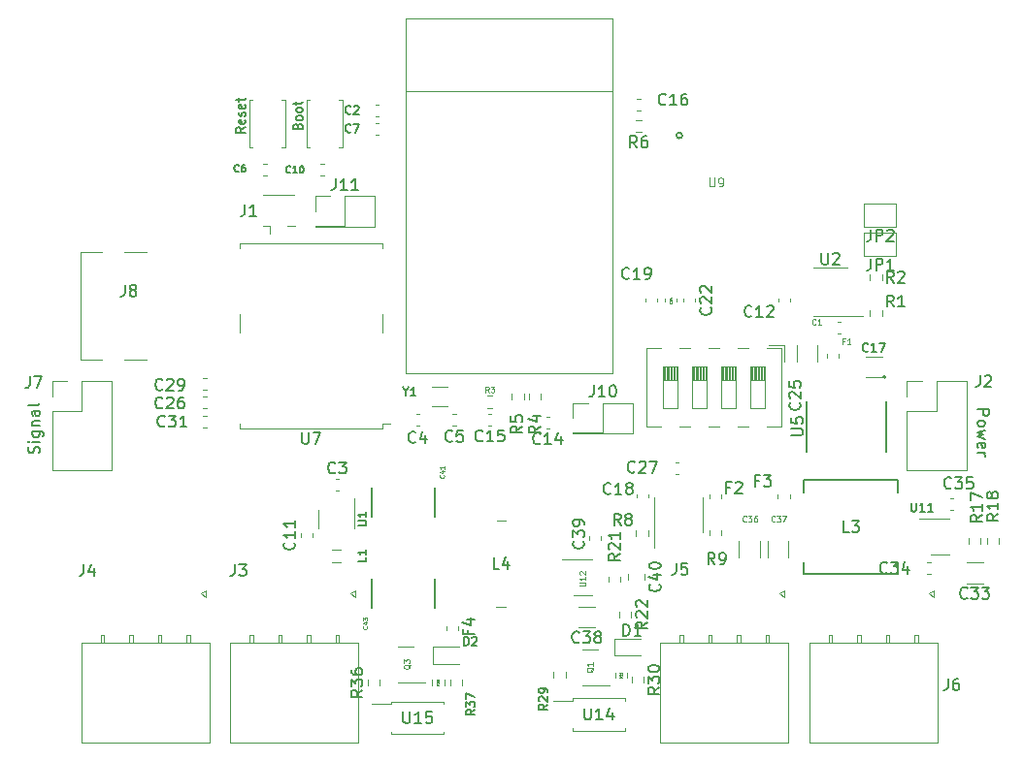
<source format=gbr>
%TF.GenerationSoftware,KiCad,Pcbnew,(6.0.2)*%
%TF.CreationDate,2022-04-01T12:33:14-04:00*%
%TF.ProjectId,ControlBoard,436f6e74-726f-46c4-926f-6172642e6b69,rev?*%
%TF.SameCoordinates,Original*%
%TF.FileFunction,Legend,Top*%
%TF.FilePolarity,Positive*%
%FSLAX46Y46*%
G04 Gerber Fmt 4.6, Leading zero omitted, Abs format (unit mm)*
G04 Created by KiCad (PCBNEW (6.0.2)) date 2022-04-01 12:33:14*
%MOMM*%
%LPD*%
G01*
G04 APERTURE LIST*
%ADD10C,0.150000*%
%ADD11C,0.100000*%
%ADD12C,0.015000*%
%ADD13C,0.050000*%
%ADD14C,0.060800*%
%ADD15C,0.120000*%
%ADD16C,0.127000*%
%ADD17C,0.200000*%
G04 APERTURE END LIST*
D10*
X131542857Y-66395238D02*
X131580952Y-66280952D01*
X131619047Y-66242857D01*
X131695238Y-66204761D01*
X131809523Y-66204761D01*
X131885714Y-66242857D01*
X131923809Y-66280952D01*
X131961904Y-66357142D01*
X131961904Y-66661904D01*
X131161904Y-66661904D01*
X131161904Y-66395238D01*
X131200000Y-66319047D01*
X131238095Y-66280952D01*
X131314285Y-66242857D01*
X131390476Y-66242857D01*
X131466666Y-66280952D01*
X131504761Y-66319047D01*
X131542857Y-66395238D01*
X131542857Y-66661904D01*
X131961904Y-65747619D02*
X131923809Y-65823809D01*
X131885714Y-65861904D01*
X131809523Y-65900000D01*
X131580952Y-65900000D01*
X131504761Y-65861904D01*
X131466666Y-65823809D01*
X131428571Y-65747619D01*
X131428571Y-65633333D01*
X131466666Y-65557142D01*
X131504761Y-65519047D01*
X131580952Y-65480952D01*
X131809523Y-65480952D01*
X131885714Y-65519047D01*
X131923809Y-65557142D01*
X131961904Y-65633333D01*
X131961904Y-65747619D01*
X131961904Y-65023809D02*
X131923809Y-65100000D01*
X131885714Y-65138095D01*
X131809523Y-65176190D01*
X131580952Y-65176190D01*
X131504761Y-65138095D01*
X131466666Y-65100000D01*
X131428571Y-65023809D01*
X131428571Y-64909523D01*
X131466666Y-64833333D01*
X131504761Y-64795238D01*
X131580952Y-64757142D01*
X131809523Y-64757142D01*
X131885714Y-64795238D01*
X131923809Y-64833333D01*
X131961904Y-64909523D01*
X131961904Y-65023809D01*
X131428571Y-64528571D02*
X131428571Y-64223809D01*
X131161904Y-64414285D02*
X131847619Y-64414285D01*
X131923809Y-64376190D01*
X131961904Y-64300000D01*
X131961904Y-64223809D01*
X190847619Y-91123809D02*
X191847619Y-91123809D01*
X191847619Y-91504761D01*
X191800000Y-91600000D01*
X191752380Y-91647619D01*
X191657142Y-91695238D01*
X191514285Y-91695238D01*
X191419047Y-91647619D01*
X191371428Y-91600000D01*
X191323809Y-91504761D01*
X191323809Y-91123809D01*
X190847619Y-92266666D02*
X190895238Y-92171428D01*
X190942857Y-92123809D01*
X191038095Y-92076190D01*
X191323809Y-92076190D01*
X191419047Y-92123809D01*
X191466666Y-92171428D01*
X191514285Y-92266666D01*
X191514285Y-92409523D01*
X191466666Y-92504761D01*
X191419047Y-92552380D01*
X191323809Y-92600000D01*
X191038095Y-92600000D01*
X190942857Y-92552380D01*
X190895238Y-92504761D01*
X190847619Y-92409523D01*
X190847619Y-92266666D01*
X191514285Y-92933333D02*
X190847619Y-93123809D01*
X191323809Y-93314285D01*
X190847619Y-93504761D01*
X191514285Y-93695238D01*
X190895238Y-94457142D02*
X190847619Y-94361904D01*
X190847619Y-94171428D01*
X190895238Y-94076190D01*
X190990476Y-94028571D01*
X191371428Y-94028571D01*
X191466666Y-94076190D01*
X191514285Y-94171428D01*
X191514285Y-94361904D01*
X191466666Y-94457142D01*
X191371428Y-94504761D01*
X191276190Y-94504761D01*
X191180952Y-94028571D01*
X190847619Y-94933333D02*
X191514285Y-94933333D01*
X191323809Y-94933333D02*
X191419047Y-94980952D01*
X191466666Y-95028571D01*
X191514285Y-95123809D01*
X191514285Y-95219047D01*
X109004761Y-94942857D02*
X109052380Y-94800000D01*
X109052380Y-94561904D01*
X109004761Y-94466666D01*
X108957142Y-94419047D01*
X108861904Y-94371428D01*
X108766666Y-94371428D01*
X108671428Y-94419047D01*
X108623809Y-94466666D01*
X108576190Y-94561904D01*
X108528571Y-94752380D01*
X108480952Y-94847619D01*
X108433333Y-94895238D01*
X108338095Y-94942857D01*
X108242857Y-94942857D01*
X108147619Y-94895238D01*
X108100000Y-94847619D01*
X108052380Y-94752380D01*
X108052380Y-94514285D01*
X108100000Y-94371428D01*
X109052380Y-93942857D02*
X108385714Y-93942857D01*
X108052380Y-93942857D02*
X108100000Y-93990476D01*
X108147619Y-93942857D01*
X108100000Y-93895238D01*
X108052380Y-93942857D01*
X108147619Y-93942857D01*
X108385714Y-93038095D02*
X109195238Y-93038095D01*
X109290476Y-93085714D01*
X109338095Y-93133333D01*
X109385714Y-93228571D01*
X109385714Y-93371428D01*
X109338095Y-93466666D01*
X109004761Y-93038095D02*
X109052380Y-93133333D01*
X109052380Y-93323809D01*
X109004761Y-93419047D01*
X108957142Y-93466666D01*
X108861904Y-93514285D01*
X108576190Y-93514285D01*
X108480952Y-93466666D01*
X108433333Y-93419047D01*
X108385714Y-93323809D01*
X108385714Y-93133333D01*
X108433333Y-93038095D01*
X108385714Y-92561904D02*
X109052380Y-92561904D01*
X108480952Y-92561904D02*
X108433333Y-92514285D01*
X108385714Y-92419047D01*
X108385714Y-92276190D01*
X108433333Y-92180952D01*
X108528571Y-92133333D01*
X109052380Y-92133333D01*
X109052380Y-91228571D02*
X108528571Y-91228571D01*
X108433333Y-91276190D01*
X108385714Y-91371428D01*
X108385714Y-91561904D01*
X108433333Y-91657142D01*
X109004761Y-91228571D02*
X109052380Y-91323809D01*
X109052380Y-91561904D01*
X109004761Y-91657142D01*
X108909523Y-91704761D01*
X108814285Y-91704761D01*
X108719047Y-91657142D01*
X108671428Y-91561904D01*
X108671428Y-91323809D01*
X108623809Y-91228571D01*
X109052380Y-90609523D02*
X109004761Y-90704761D01*
X108909523Y-90752380D01*
X108052380Y-90752380D01*
X126961904Y-66490476D02*
X126580952Y-66757142D01*
X126961904Y-66947619D02*
X126161904Y-66947619D01*
X126161904Y-66642857D01*
X126200000Y-66566666D01*
X126238095Y-66528571D01*
X126314285Y-66490476D01*
X126428571Y-66490476D01*
X126504761Y-66528571D01*
X126542857Y-66566666D01*
X126580952Y-66642857D01*
X126580952Y-66947619D01*
X126923809Y-65842857D02*
X126961904Y-65919047D01*
X126961904Y-66071428D01*
X126923809Y-66147619D01*
X126847619Y-66185714D01*
X126542857Y-66185714D01*
X126466666Y-66147619D01*
X126428571Y-66071428D01*
X126428571Y-65919047D01*
X126466666Y-65842857D01*
X126542857Y-65804761D01*
X126619047Y-65804761D01*
X126695238Y-66185714D01*
X126923809Y-65500000D02*
X126961904Y-65423809D01*
X126961904Y-65271428D01*
X126923809Y-65195238D01*
X126847619Y-65157142D01*
X126809523Y-65157142D01*
X126733333Y-65195238D01*
X126695238Y-65271428D01*
X126695238Y-65385714D01*
X126657142Y-65461904D01*
X126580952Y-65500000D01*
X126542857Y-65500000D01*
X126466666Y-65461904D01*
X126428571Y-65385714D01*
X126428571Y-65271428D01*
X126466666Y-65195238D01*
X126923809Y-64509523D02*
X126961904Y-64585714D01*
X126961904Y-64738095D01*
X126923809Y-64814285D01*
X126847619Y-64852380D01*
X126542857Y-64852380D01*
X126466666Y-64814285D01*
X126428571Y-64738095D01*
X126428571Y-64585714D01*
X126466666Y-64509523D01*
X126542857Y-64471428D01*
X126619047Y-64471428D01*
X126695238Y-64852380D01*
X126428571Y-64242857D02*
X126428571Y-63938095D01*
X126161904Y-64128571D02*
X126847619Y-64128571D01*
X126923809Y-64090476D01*
X126961904Y-64014285D01*
X126961904Y-63938095D01*
%TO.C,J7*%
X108166666Y-88252380D02*
X108166666Y-88966666D01*
X108119047Y-89109523D01*
X108023809Y-89204761D01*
X107880952Y-89252380D01*
X107785714Y-89252380D01*
X108547619Y-88252380D02*
X109214285Y-88252380D01*
X108785714Y-89252380D01*
%TO.C,J2*%
X191066666Y-88152380D02*
X191066666Y-88866666D01*
X191019047Y-89009523D01*
X190923809Y-89104761D01*
X190780952Y-89152380D01*
X190685714Y-89152380D01*
X191495238Y-88247619D02*
X191542857Y-88200000D01*
X191638095Y-88152380D01*
X191876190Y-88152380D01*
X191971428Y-88200000D01*
X192019047Y-88247619D01*
X192066666Y-88342857D01*
X192066666Y-88438095D01*
X192019047Y-88580952D01*
X191447619Y-89152380D01*
X192066666Y-89152380D01*
%TO.C,C2*%
X136175000Y-65267857D02*
X136139285Y-65303571D01*
X136032142Y-65339285D01*
X135960714Y-65339285D01*
X135853571Y-65303571D01*
X135782142Y-65232142D01*
X135746428Y-65160714D01*
X135710714Y-65017857D01*
X135710714Y-64910714D01*
X135746428Y-64767857D01*
X135782142Y-64696428D01*
X135853571Y-64625000D01*
X135960714Y-64589285D01*
X136032142Y-64589285D01*
X136139285Y-64625000D01*
X136175000Y-64660714D01*
X136460714Y-64660714D02*
X136496428Y-64625000D01*
X136567857Y-64589285D01*
X136746428Y-64589285D01*
X136817857Y-64625000D01*
X136853571Y-64660714D01*
X136889285Y-64732142D01*
X136889285Y-64803571D01*
X136853571Y-64910714D01*
X136425000Y-65339285D01*
X136889285Y-65339285D01*
%TO.C,C3*%
X134833333Y-96627142D02*
X134785714Y-96674761D01*
X134642857Y-96722380D01*
X134547619Y-96722380D01*
X134404761Y-96674761D01*
X134309523Y-96579523D01*
X134261904Y-96484285D01*
X134214285Y-96293809D01*
X134214285Y-96150952D01*
X134261904Y-95960476D01*
X134309523Y-95865238D01*
X134404761Y-95770000D01*
X134547619Y-95722380D01*
X134642857Y-95722380D01*
X134785714Y-95770000D01*
X134833333Y-95817619D01*
X135166666Y-95722380D02*
X135785714Y-95722380D01*
X135452380Y-96103333D01*
X135595238Y-96103333D01*
X135690476Y-96150952D01*
X135738095Y-96198571D01*
X135785714Y-96293809D01*
X135785714Y-96531904D01*
X135738095Y-96627142D01*
X135690476Y-96674761D01*
X135595238Y-96722380D01*
X135309523Y-96722380D01*
X135214285Y-96674761D01*
X135166666Y-96627142D01*
%TO.C,C4*%
X141833333Y-93957142D02*
X141785714Y-94004761D01*
X141642857Y-94052380D01*
X141547619Y-94052380D01*
X141404761Y-94004761D01*
X141309523Y-93909523D01*
X141261904Y-93814285D01*
X141214285Y-93623809D01*
X141214285Y-93480952D01*
X141261904Y-93290476D01*
X141309523Y-93195238D01*
X141404761Y-93100000D01*
X141547619Y-93052380D01*
X141642857Y-93052380D01*
X141785714Y-93100000D01*
X141833333Y-93147619D01*
X142690476Y-93385714D02*
X142690476Y-94052380D01*
X142452380Y-93004761D02*
X142214285Y-93719047D01*
X142833333Y-93719047D01*
%TO.C,C6*%
X126400000Y-70314285D02*
X126371428Y-70342857D01*
X126285714Y-70371428D01*
X126228571Y-70371428D01*
X126142857Y-70342857D01*
X126085714Y-70285714D01*
X126057142Y-70228571D01*
X126028571Y-70114285D01*
X126028571Y-70028571D01*
X126057142Y-69914285D01*
X126085714Y-69857142D01*
X126142857Y-69800000D01*
X126228571Y-69771428D01*
X126285714Y-69771428D01*
X126371428Y-69800000D01*
X126400000Y-69828571D01*
X126914285Y-69771428D02*
X126800000Y-69771428D01*
X126742857Y-69800000D01*
X126714285Y-69828571D01*
X126657142Y-69914285D01*
X126628571Y-70028571D01*
X126628571Y-70257142D01*
X126657142Y-70314285D01*
X126685714Y-70342857D01*
X126742857Y-70371428D01*
X126857142Y-70371428D01*
X126914285Y-70342857D01*
X126942857Y-70314285D01*
X126971428Y-70257142D01*
X126971428Y-70114285D01*
X126942857Y-70057142D01*
X126914285Y-70028571D01*
X126857142Y-70000000D01*
X126742857Y-70000000D01*
X126685714Y-70028571D01*
X126657142Y-70057142D01*
X126628571Y-70114285D01*
%TO.C,C7*%
X136175000Y-66867857D02*
X136139285Y-66903571D01*
X136032142Y-66939285D01*
X135960714Y-66939285D01*
X135853571Y-66903571D01*
X135782142Y-66832142D01*
X135746428Y-66760714D01*
X135710714Y-66617857D01*
X135710714Y-66510714D01*
X135746428Y-66367857D01*
X135782142Y-66296428D01*
X135853571Y-66225000D01*
X135960714Y-66189285D01*
X136032142Y-66189285D01*
X136139285Y-66225000D01*
X136175000Y-66260714D01*
X136425000Y-66189285D02*
X136925000Y-66189285D01*
X136603571Y-66939285D01*
%TO.C,C11*%
X131227142Y-102742857D02*
X131274761Y-102790476D01*
X131322380Y-102933333D01*
X131322380Y-103028571D01*
X131274761Y-103171428D01*
X131179523Y-103266666D01*
X131084285Y-103314285D01*
X130893809Y-103361904D01*
X130750952Y-103361904D01*
X130560476Y-103314285D01*
X130465238Y-103266666D01*
X130370000Y-103171428D01*
X130322380Y-103028571D01*
X130322380Y-102933333D01*
X130370000Y-102790476D01*
X130417619Y-102742857D01*
X131322380Y-101790476D02*
X131322380Y-102361904D01*
X131322380Y-102076190D02*
X130322380Y-102076190D01*
X130465238Y-102171428D01*
X130560476Y-102266666D01*
X130608095Y-102361904D01*
X131322380Y-100838095D02*
X131322380Y-101409523D01*
X131322380Y-101123809D02*
X130322380Y-101123809D01*
X130465238Y-101219047D01*
X130560476Y-101314285D01*
X130608095Y-101409523D01*
%TO.C,C14*%
X152707142Y-94077142D02*
X152659523Y-94124761D01*
X152516666Y-94172380D01*
X152421428Y-94172380D01*
X152278571Y-94124761D01*
X152183333Y-94029523D01*
X152135714Y-93934285D01*
X152088095Y-93743809D01*
X152088095Y-93600952D01*
X152135714Y-93410476D01*
X152183333Y-93315238D01*
X152278571Y-93220000D01*
X152421428Y-93172380D01*
X152516666Y-93172380D01*
X152659523Y-93220000D01*
X152707142Y-93267619D01*
X153659523Y-94172380D02*
X153088095Y-94172380D01*
X153373809Y-94172380D02*
X153373809Y-93172380D01*
X153278571Y-93315238D01*
X153183333Y-93410476D01*
X153088095Y-93458095D01*
X154516666Y-93505714D02*
X154516666Y-94172380D01*
X154278571Y-93124761D02*
X154040476Y-93839047D01*
X154659523Y-93839047D01*
%TO.C,C15*%
X147669642Y-93837142D02*
X147622023Y-93884761D01*
X147479166Y-93932380D01*
X147383928Y-93932380D01*
X147241071Y-93884761D01*
X147145833Y-93789523D01*
X147098214Y-93694285D01*
X147050595Y-93503809D01*
X147050595Y-93360952D01*
X147098214Y-93170476D01*
X147145833Y-93075238D01*
X147241071Y-92980000D01*
X147383928Y-92932380D01*
X147479166Y-92932380D01*
X147622023Y-92980000D01*
X147669642Y-93027619D01*
X148622023Y-93932380D02*
X148050595Y-93932380D01*
X148336309Y-93932380D02*
X148336309Y-92932380D01*
X148241071Y-93075238D01*
X148145833Y-93170476D01*
X148050595Y-93218095D01*
X149526785Y-92932380D02*
X149050595Y-92932380D01*
X149002976Y-93408571D01*
X149050595Y-93360952D01*
X149145833Y-93313333D01*
X149383928Y-93313333D01*
X149479166Y-93360952D01*
X149526785Y-93408571D01*
X149574404Y-93503809D01*
X149574404Y-93741904D01*
X149526785Y-93837142D01*
X149479166Y-93884761D01*
X149383928Y-93932380D01*
X149145833Y-93932380D01*
X149050595Y-93884761D01*
X149002976Y-93837142D01*
%TO.C,C17*%
X181292857Y-86017857D02*
X181257142Y-86053571D01*
X181150000Y-86089285D01*
X181078571Y-86089285D01*
X180971428Y-86053571D01*
X180900000Y-85982142D01*
X180864285Y-85910714D01*
X180828571Y-85767857D01*
X180828571Y-85660714D01*
X180864285Y-85517857D01*
X180900000Y-85446428D01*
X180971428Y-85375000D01*
X181078571Y-85339285D01*
X181150000Y-85339285D01*
X181257142Y-85375000D01*
X181292857Y-85410714D01*
X182007142Y-86089285D02*
X181578571Y-86089285D01*
X181792857Y-86089285D02*
X181792857Y-85339285D01*
X181721428Y-85446428D01*
X181650000Y-85517857D01*
X181578571Y-85553571D01*
X182257142Y-85339285D02*
X182757142Y-85339285D01*
X182435714Y-86089285D01*
%TO.C,C26*%
X119757142Y-90957142D02*
X119709523Y-91004761D01*
X119566666Y-91052380D01*
X119471428Y-91052380D01*
X119328571Y-91004761D01*
X119233333Y-90909523D01*
X119185714Y-90814285D01*
X119138095Y-90623809D01*
X119138095Y-90480952D01*
X119185714Y-90290476D01*
X119233333Y-90195238D01*
X119328571Y-90100000D01*
X119471428Y-90052380D01*
X119566666Y-90052380D01*
X119709523Y-90100000D01*
X119757142Y-90147619D01*
X120138095Y-90147619D02*
X120185714Y-90100000D01*
X120280952Y-90052380D01*
X120519047Y-90052380D01*
X120614285Y-90100000D01*
X120661904Y-90147619D01*
X120709523Y-90242857D01*
X120709523Y-90338095D01*
X120661904Y-90480952D01*
X120090476Y-91052380D01*
X120709523Y-91052380D01*
X121566666Y-90052380D02*
X121376190Y-90052380D01*
X121280952Y-90100000D01*
X121233333Y-90147619D01*
X121138095Y-90290476D01*
X121090476Y-90480952D01*
X121090476Y-90861904D01*
X121138095Y-90957142D01*
X121185714Y-91004761D01*
X121280952Y-91052380D01*
X121471428Y-91052380D01*
X121566666Y-91004761D01*
X121614285Y-90957142D01*
X121661904Y-90861904D01*
X121661904Y-90623809D01*
X121614285Y-90528571D01*
X121566666Y-90480952D01*
X121471428Y-90433333D01*
X121280952Y-90433333D01*
X121185714Y-90480952D01*
X121138095Y-90528571D01*
X121090476Y-90623809D01*
%TO.C,C27*%
X160957142Y-96557142D02*
X160909523Y-96604761D01*
X160766666Y-96652380D01*
X160671428Y-96652380D01*
X160528571Y-96604761D01*
X160433333Y-96509523D01*
X160385714Y-96414285D01*
X160338095Y-96223809D01*
X160338095Y-96080952D01*
X160385714Y-95890476D01*
X160433333Y-95795238D01*
X160528571Y-95700000D01*
X160671428Y-95652380D01*
X160766666Y-95652380D01*
X160909523Y-95700000D01*
X160957142Y-95747619D01*
X161338095Y-95747619D02*
X161385714Y-95700000D01*
X161480952Y-95652380D01*
X161719047Y-95652380D01*
X161814285Y-95700000D01*
X161861904Y-95747619D01*
X161909523Y-95842857D01*
X161909523Y-95938095D01*
X161861904Y-96080952D01*
X161290476Y-96652380D01*
X161909523Y-96652380D01*
X162242857Y-95652380D02*
X162909523Y-95652380D01*
X162480952Y-96652380D01*
%TO.C,C29*%
X119757142Y-89357142D02*
X119709523Y-89404761D01*
X119566666Y-89452380D01*
X119471428Y-89452380D01*
X119328571Y-89404761D01*
X119233333Y-89309523D01*
X119185714Y-89214285D01*
X119138095Y-89023809D01*
X119138095Y-88880952D01*
X119185714Y-88690476D01*
X119233333Y-88595238D01*
X119328571Y-88500000D01*
X119471428Y-88452380D01*
X119566666Y-88452380D01*
X119709523Y-88500000D01*
X119757142Y-88547619D01*
X120138095Y-88547619D02*
X120185714Y-88500000D01*
X120280952Y-88452380D01*
X120519047Y-88452380D01*
X120614285Y-88500000D01*
X120661904Y-88547619D01*
X120709523Y-88642857D01*
X120709523Y-88738095D01*
X120661904Y-88880952D01*
X120090476Y-89452380D01*
X120709523Y-89452380D01*
X121185714Y-89452380D02*
X121376190Y-89452380D01*
X121471428Y-89404761D01*
X121519047Y-89357142D01*
X121614285Y-89214285D01*
X121661904Y-89023809D01*
X121661904Y-88642857D01*
X121614285Y-88547619D01*
X121566666Y-88500000D01*
X121471428Y-88452380D01*
X121280952Y-88452380D01*
X121185714Y-88500000D01*
X121138095Y-88547619D01*
X121090476Y-88642857D01*
X121090476Y-88880952D01*
X121138095Y-88976190D01*
X121185714Y-89023809D01*
X121280952Y-89071428D01*
X121471428Y-89071428D01*
X121566666Y-89023809D01*
X121614285Y-88976190D01*
X121661904Y-88880952D01*
%TO.C,C31*%
X119957142Y-92557142D02*
X119909523Y-92604761D01*
X119766666Y-92652380D01*
X119671428Y-92652380D01*
X119528571Y-92604761D01*
X119433333Y-92509523D01*
X119385714Y-92414285D01*
X119338095Y-92223809D01*
X119338095Y-92080952D01*
X119385714Y-91890476D01*
X119433333Y-91795238D01*
X119528571Y-91700000D01*
X119671428Y-91652380D01*
X119766666Y-91652380D01*
X119909523Y-91700000D01*
X119957142Y-91747619D01*
X120290476Y-91652380D02*
X120909523Y-91652380D01*
X120576190Y-92033333D01*
X120719047Y-92033333D01*
X120814285Y-92080952D01*
X120861904Y-92128571D01*
X120909523Y-92223809D01*
X120909523Y-92461904D01*
X120861904Y-92557142D01*
X120814285Y-92604761D01*
X120719047Y-92652380D01*
X120433333Y-92652380D01*
X120338095Y-92604761D01*
X120290476Y-92557142D01*
X121861904Y-92652380D02*
X121290476Y-92652380D01*
X121576190Y-92652380D02*
X121576190Y-91652380D01*
X121480952Y-91795238D01*
X121385714Y-91890476D01*
X121290476Y-91938095D01*
D11*
%TO.C,C36*%
X170678571Y-100878571D02*
X170654761Y-100902380D01*
X170583333Y-100926190D01*
X170535714Y-100926190D01*
X170464285Y-100902380D01*
X170416666Y-100854761D01*
X170392857Y-100807142D01*
X170369047Y-100711904D01*
X170369047Y-100640476D01*
X170392857Y-100545238D01*
X170416666Y-100497619D01*
X170464285Y-100450000D01*
X170535714Y-100426190D01*
X170583333Y-100426190D01*
X170654761Y-100450000D01*
X170678571Y-100473809D01*
X170845238Y-100426190D02*
X171154761Y-100426190D01*
X170988095Y-100616666D01*
X171059523Y-100616666D01*
X171107142Y-100640476D01*
X171130952Y-100664285D01*
X171154761Y-100711904D01*
X171154761Y-100830952D01*
X171130952Y-100878571D01*
X171107142Y-100902380D01*
X171059523Y-100926190D01*
X170916666Y-100926190D01*
X170869047Y-100902380D01*
X170845238Y-100878571D01*
X171583333Y-100426190D02*
X171488095Y-100426190D01*
X171440476Y-100450000D01*
X171416666Y-100473809D01*
X171369047Y-100545238D01*
X171345238Y-100640476D01*
X171345238Y-100830952D01*
X171369047Y-100878571D01*
X171392857Y-100902380D01*
X171440476Y-100926190D01*
X171535714Y-100926190D01*
X171583333Y-100902380D01*
X171607142Y-100878571D01*
X171630952Y-100830952D01*
X171630952Y-100711904D01*
X171607142Y-100664285D01*
X171583333Y-100640476D01*
X171535714Y-100616666D01*
X171440476Y-100616666D01*
X171392857Y-100640476D01*
X171369047Y-100664285D01*
X171345238Y-100711904D01*
D12*
%TO.C,C41*%
X144290607Y-96853093D02*
X144309355Y-96871841D01*
X144328102Y-96928084D01*
X144328102Y-96965579D01*
X144309355Y-97021822D01*
X144271859Y-97059317D01*
X144234364Y-97078065D01*
X144159373Y-97096813D01*
X144103130Y-97096813D01*
X144028140Y-97078065D01*
X143990644Y-97059317D01*
X143953149Y-97021822D01*
X143934401Y-96965579D01*
X143934401Y-96928084D01*
X143953149Y-96871841D01*
X143971897Y-96853093D01*
X144065635Y-96515635D02*
X144328102Y-96515635D01*
X143915654Y-96609373D02*
X144196869Y-96703112D01*
X144196869Y-96459392D01*
X144328102Y-96103186D02*
X144328102Y-96328158D01*
X144328102Y-96215672D02*
X143934401Y-96215672D01*
X143990644Y-96253168D01*
X144028140Y-96290663D01*
X144046887Y-96328158D01*
%TO.C,C43*%
X137590607Y-110053093D02*
X137609355Y-110071841D01*
X137628102Y-110128084D01*
X137628102Y-110165579D01*
X137609355Y-110221822D01*
X137571859Y-110259317D01*
X137534364Y-110278065D01*
X137459373Y-110296813D01*
X137403130Y-110296813D01*
X137328140Y-110278065D01*
X137290644Y-110259317D01*
X137253149Y-110221822D01*
X137234401Y-110165579D01*
X137234401Y-110128084D01*
X137253149Y-110071841D01*
X137271897Y-110053093D01*
X137365635Y-109715635D02*
X137628102Y-109715635D01*
X137215654Y-109809373D02*
X137496869Y-109903112D01*
X137496869Y-109659392D01*
X137234401Y-109546906D02*
X137234401Y-109303186D01*
X137384383Y-109434420D01*
X137384383Y-109378177D01*
X137403130Y-109340682D01*
X137421878Y-109321934D01*
X137459373Y-109303186D01*
X137553112Y-109303186D01*
X137590607Y-109321934D01*
X137609355Y-109340682D01*
X137628102Y-109378177D01*
X137628102Y-109490663D01*
X137609355Y-109528158D01*
X137590607Y-109546906D01*
D10*
%TO.C,D2*%
X146046428Y-111739285D02*
X146046428Y-110989285D01*
X146225000Y-110989285D01*
X146332142Y-111025000D01*
X146403571Y-111096428D01*
X146439285Y-111167857D01*
X146475000Y-111310714D01*
X146475000Y-111417857D01*
X146439285Y-111560714D01*
X146403571Y-111632142D01*
X146332142Y-111703571D01*
X146225000Y-111739285D01*
X146046428Y-111739285D01*
X146760714Y-111060714D02*
X146796428Y-111025000D01*
X146867857Y-110989285D01*
X147046428Y-110989285D01*
X147117857Y-111025000D01*
X147153571Y-111060714D01*
X147189285Y-111132142D01*
X147189285Y-111203571D01*
X147153571Y-111310714D01*
X146725000Y-111739285D01*
X147189285Y-111739285D01*
%TO.C,F3*%
X171766666Y-97328571D02*
X171433333Y-97328571D01*
X171433333Y-97852380D02*
X171433333Y-96852380D01*
X171909523Y-96852380D01*
X172195238Y-96852380D02*
X172814285Y-96852380D01*
X172480952Y-97233333D01*
X172623809Y-97233333D01*
X172719047Y-97280952D01*
X172766666Y-97328571D01*
X172814285Y-97423809D01*
X172814285Y-97661904D01*
X172766666Y-97757142D01*
X172719047Y-97804761D01*
X172623809Y-97852380D01*
X172338095Y-97852380D01*
X172242857Y-97804761D01*
X172195238Y-97757142D01*
%TO.C,J3*%
X126066666Y-104652380D02*
X126066666Y-105366666D01*
X126019047Y-105509523D01*
X125923809Y-105604761D01*
X125780952Y-105652380D01*
X125685714Y-105652380D01*
X126447619Y-104652380D02*
X127066666Y-104652380D01*
X126733333Y-105033333D01*
X126876190Y-105033333D01*
X126971428Y-105080952D01*
X127019047Y-105128571D01*
X127066666Y-105223809D01*
X127066666Y-105461904D01*
X127019047Y-105557142D01*
X126971428Y-105604761D01*
X126876190Y-105652380D01*
X126590476Y-105652380D01*
X126495238Y-105604761D01*
X126447619Y-105557142D01*
%TO.C,J4*%
X112866666Y-104652380D02*
X112866666Y-105366666D01*
X112819047Y-105509523D01*
X112723809Y-105604761D01*
X112580952Y-105652380D01*
X112485714Y-105652380D01*
X113771428Y-104985714D02*
X113771428Y-105652380D01*
X113533333Y-104604761D02*
X113295238Y-105319047D01*
X113914285Y-105319047D01*
%TO.C,J5*%
X164566666Y-104552380D02*
X164566666Y-105266666D01*
X164519047Y-105409523D01*
X164423809Y-105504761D01*
X164280952Y-105552380D01*
X164185714Y-105552380D01*
X165519047Y-104552380D02*
X165042857Y-104552380D01*
X164995238Y-105028571D01*
X165042857Y-104980952D01*
X165138095Y-104933333D01*
X165376190Y-104933333D01*
X165471428Y-104980952D01*
X165519047Y-105028571D01*
X165566666Y-105123809D01*
X165566666Y-105361904D01*
X165519047Y-105457142D01*
X165471428Y-105504761D01*
X165376190Y-105552380D01*
X165138095Y-105552380D01*
X165042857Y-105504761D01*
X164995238Y-105457142D01*
%TO.C,J6*%
X188266666Y-114652380D02*
X188266666Y-115366666D01*
X188219047Y-115509523D01*
X188123809Y-115604761D01*
X187980952Y-115652380D01*
X187885714Y-115652380D01*
X189171428Y-114652380D02*
X188980952Y-114652380D01*
X188885714Y-114700000D01*
X188838095Y-114747619D01*
X188742857Y-114890476D01*
X188695238Y-115080952D01*
X188695238Y-115461904D01*
X188742857Y-115557142D01*
X188790476Y-115604761D01*
X188885714Y-115652380D01*
X189076190Y-115652380D01*
X189171428Y-115604761D01*
X189219047Y-115557142D01*
X189266666Y-115461904D01*
X189266666Y-115223809D01*
X189219047Y-115128571D01*
X189171428Y-115080952D01*
X189076190Y-115033333D01*
X188885714Y-115033333D01*
X188790476Y-115080952D01*
X188742857Y-115128571D01*
X188695238Y-115223809D01*
%TO.C,J8*%
X116466666Y-80252380D02*
X116466666Y-80966666D01*
X116419047Y-81109523D01*
X116323809Y-81204761D01*
X116180952Y-81252380D01*
X116085714Y-81252380D01*
X117085714Y-80680952D02*
X116990476Y-80633333D01*
X116942857Y-80585714D01*
X116895238Y-80490476D01*
X116895238Y-80442857D01*
X116942857Y-80347619D01*
X116990476Y-80300000D01*
X117085714Y-80252380D01*
X117276190Y-80252380D01*
X117371428Y-80300000D01*
X117419047Y-80347619D01*
X117466666Y-80442857D01*
X117466666Y-80490476D01*
X117419047Y-80585714D01*
X117371428Y-80633333D01*
X117276190Y-80680952D01*
X117085714Y-80680952D01*
X116990476Y-80728571D01*
X116942857Y-80776190D01*
X116895238Y-80871428D01*
X116895238Y-81061904D01*
X116942857Y-81157142D01*
X116990476Y-81204761D01*
X117085714Y-81252380D01*
X117276190Y-81252380D01*
X117371428Y-81204761D01*
X117419047Y-81157142D01*
X117466666Y-81061904D01*
X117466666Y-80871428D01*
X117419047Y-80776190D01*
X117371428Y-80728571D01*
X117276190Y-80680952D01*
%TO.C,L1*%
X137539285Y-104025000D02*
X137539285Y-104382142D01*
X136789285Y-104382142D01*
X137539285Y-103382142D02*
X137539285Y-103810714D01*
X137539285Y-103596428D02*
X136789285Y-103596428D01*
X136896428Y-103667857D01*
X136967857Y-103739285D01*
X137003571Y-103810714D01*
%TO.C,L3*%
X179654880Y-101852380D02*
X179178690Y-101852380D01*
X179178690Y-100852380D01*
X179892976Y-100852380D02*
X180512023Y-100852380D01*
X180178690Y-101233333D01*
X180321547Y-101233333D01*
X180416785Y-101280952D01*
X180464404Y-101328571D01*
X180512023Y-101423809D01*
X180512023Y-101661904D01*
X180464404Y-101757142D01*
X180416785Y-101804761D01*
X180321547Y-101852380D01*
X180035833Y-101852380D01*
X179940595Y-101804761D01*
X179892976Y-101757142D01*
%TO.C,L4*%
X149133333Y-105052380D02*
X148657142Y-105052380D01*
X148657142Y-104052380D01*
X149895238Y-104385714D02*
X149895238Y-105052380D01*
X149657142Y-104004761D02*
X149419047Y-104719047D01*
X150038095Y-104719047D01*
%TO.C,R4*%
X152712380Y-92586666D02*
X152236190Y-92920000D01*
X152712380Y-93158095D02*
X151712380Y-93158095D01*
X151712380Y-92777142D01*
X151760000Y-92681904D01*
X151807619Y-92634285D01*
X151902857Y-92586666D01*
X152045714Y-92586666D01*
X152140952Y-92634285D01*
X152188571Y-92681904D01*
X152236190Y-92777142D01*
X152236190Y-93158095D01*
X152045714Y-91729523D02*
X152712380Y-91729523D01*
X151664761Y-91967619D02*
X152379047Y-92205714D01*
X152379047Y-91586666D01*
%TO.C,R5*%
X151142380Y-92586666D02*
X150666190Y-92920000D01*
X151142380Y-93158095D02*
X150142380Y-93158095D01*
X150142380Y-92777142D01*
X150190000Y-92681904D01*
X150237619Y-92634285D01*
X150332857Y-92586666D01*
X150475714Y-92586666D01*
X150570952Y-92634285D01*
X150618571Y-92681904D01*
X150666190Y-92777142D01*
X150666190Y-93158095D01*
X150142380Y-91681904D02*
X150142380Y-92158095D01*
X150618571Y-92205714D01*
X150570952Y-92158095D01*
X150523333Y-92062857D01*
X150523333Y-91824761D01*
X150570952Y-91729523D01*
X150618571Y-91681904D01*
X150713809Y-91634285D01*
X150951904Y-91634285D01*
X151047142Y-91681904D01*
X151094761Y-91729523D01*
X151142380Y-91824761D01*
X151142380Y-92062857D01*
X151094761Y-92158095D01*
X151047142Y-92205714D01*
%TO.C,R36*%
X137198380Y-115642857D02*
X136722190Y-115976190D01*
X137198380Y-116214285D02*
X136198380Y-116214285D01*
X136198380Y-115833333D01*
X136246000Y-115738095D01*
X136293619Y-115690476D01*
X136388857Y-115642857D01*
X136531714Y-115642857D01*
X136626952Y-115690476D01*
X136674571Y-115738095D01*
X136722190Y-115833333D01*
X136722190Y-116214285D01*
X136198380Y-115309523D02*
X136198380Y-114690476D01*
X136579333Y-115023809D01*
X136579333Y-114880952D01*
X136626952Y-114785714D01*
X136674571Y-114738095D01*
X136769809Y-114690476D01*
X137007904Y-114690476D01*
X137103142Y-114738095D01*
X137150761Y-114785714D01*
X137198380Y-114880952D01*
X137198380Y-115166666D01*
X137150761Y-115261904D01*
X137103142Y-115309523D01*
X136198380Y-113833333D02*
X136198380Y-114023809D01*
X136246000Y-114119047D01*
X136293619Y-114166666D01*
X136436476Y-114261904D01*
X136626952Y-114309523D01*
X137007904Y-114309523D01*
X137103142Y-114261904D01*
X137150761Y-114214285D01*
X137198380Y-114119047D01*
X137198380Y-113928571D01*
X137150761Y-113833333D01*
X137103142Y-113785714D01*
X137007904Y-113738095D01*
X136769809Y-113738095D01*
X136674571Y-113785714D01*
X136626952Y-113833333D01*
X136579333Y-113928571D01*
X136579333Y-114119047D01*
X136626952Y-114214285D01*
X136674571Y-114261904D01*
X136769809Y-114309523D01*
%TO.C,R37*%
X147009285Y-117352142D02*
X146652142Y-117602142D01*
X147009285Y-117780714D02*
X146259285Y-117780714D01*
X146259285Y-117495000D01*
X146295000Y-117423571D01*
X146330714Y-117387857D01*
X146402142Y-117352142D01*
X146509285Y-117352142D01*
X146580714Y-117387857D01*
X146616428Y-117423571D01*
X146652142Y-117495000D01*
X146652142Y-117780714D01*
X146259285Y-117102142D02*
X146259285Y-116637857D01*
X146545000Y-116887857D01*
X146545000Y-116780714D01*
X146580714Y-116709285D01*
X146616428Y-116673571D01*
X146687857Y-116637857D01*
X146866428Y-116637857D01*
X146937857Y-116673571D01*
X146973571Y-116709285D01*
X147009285Y-116780714D01*
X147009285Y-116995000D01*
X146973571Y-117066428D01*
X146937857Y-117102142D01*
X146259285Y-116387857D02*
X146259285Y-115887857D01*
X147009285Y-116209285D01*
D13*
%TO.C,R38*%
X143890476Y-115128571D02*
X143795238Y-115195238D01*
X143890476Y-115242857D02*
X143690476Y-115242857D01*
X143690476Y-115166666D01*
X143700000Y-115147619D01*
X143709523Y-115138095D01*
X143728571Y-115128571D01*
X143757142Y-115128571D01*
X143776190Y-115138095D01*
X143785714Y-115147619D01*
X143795238Y-115166666D01*
X143795238Y-115242857D01*
X143690476Y-115061904D02*
X143690476Y-114938095D01*
X143766666Y-115004761D01*
X143766666Y-114976190D01*
X143776190Y-114957142D01*
X143785714Y-114947619D01*
X143804761Y-114938095D01*
X143852380Y-114938095D01*
X143871428Y-114947619D01*
X143880952Y-114957142D01*
X143890476Y-114976190D01*
X143890476Y-115033333D01*
X143880952Y-115052380D01*
X143871428Y-115061904D01*
X143776190Y-114823809D02*
X143766666Y-114842857D01*
X143757142Y-114852380D01*
X143738095Y-114861904D01*
X143728571Y-114861904D01*
X143709523Y-114852380D01*
X143700000Y-114842857D01*
X143690476Y-114823809D01*
X143690476Y-114785714D01*
X143700000Y-114766666D01*
X143709523Y-114757142D01*
X143728571Y-114747619D01*
X143738095Y-114747619D01*
X143757142Y-114757142D01*
X143766666Y-114766666D01*
X143776190Y-114785714D01*
X143776190Y-114823809D01*
X143785714Y-114842857D01*
X143795238Y-114852380D01*
X143814285Y-114861904D01*
X143852380Y-114861904D01*
X143871428Y-114852380D01*
X143880952Y-114842857D01*
X143890476Y-114823809D01*
X143890476Y-114785714D01*
X143880952Y-114766666D01*
X143871428Y-114757142D01*
X143852380Y-114747619D01*
X143814285Y-114747619D01*
X143795238Y-114757142D01*
X143785714Y-114766666D01*
X143776190Y-114785714D01*
D10*
%TO.C,U1*%
X136789285Y-101271428D02*
X137396428Y-101271428D01*
X137467857Y-101235714D01*
X137503571Y-101200000D01*
X137539285Y-101128571D01*
X137539285Y-100985714D01*
X137503571Y-100914285D01*
X137467857Y-100878571D01*
X137396428Y-100842857D01*
X136789285Y-100842857D01*
X137539285Y-100092857D02*
X137539285Y-100521428D01*
X137539285Y-100307142D02*
X136789285Y-100307142D01*
X136896428Y-100378571D01*
X136967857Y-100450000D01*
X137003571Y-100521428D01*
D11*
%TO.C,U12*%
X156126190Y-106519047D02*
X156530952Y-106519047D01*
X156578571Y-106495238D01*
X156602380Y-106471428D01*
X156626190Y-106423809D01*
X156626190Y-106328571D01*
X156602380Y-106280952D01*
X156578571Y-106257142D01*
X156530952Y-106233333D01*
X156126190Y-106233333D01*
X156626190Y-105733333D02*
X156626190Y-106019047D01*
X156626190Y-105876190D02*
X156126190Y-105876190D01*
X156197619Y-105923809D01*
X156245238Y-105971428D01*
X156269047Y-106019047D01*
X156173809Y-105542857D02*
X156150000Y-105519047D01*
X156126190Y-105471428D01*
X156126190Y-105352380D01*
X156150000Y-105304761D01*
X156173809Y-105280952D01*
X156221428Y-105257142D01*
X156269047Y-105257142D01*
X156340476Y-105280952D01*
X156626190Y-105566666D01*
X156626190Y-105257142D01*
D10*
%TO.C,U15*%
X140761904Y-117522380D02*
X140761904Y-118331904D01*
X140809523Y-118427142D01*
X140857142Y-118474761D01*
X140952380Y-118522380D01*
X141142857Y-118522380D01*
X141238095Y-118474761D01*
X141285714Y-118427142D01*
X141333333Y-118331904D01*
X141333333Y-117522380D01*
X142333333Y-118522380D02*
X141761904Y-118522380D01*
X142047619Y-118522380D02*
X142047619Y-117522380D01*
X141952380Y-117665238D01*
X141857142Y-117760476D01*
X141761904Y-117808095D01*
X143238095Y-117522380D02*
X142761904Y-117522380D01*
X142714285Y-117998571D01*
X142761904Y-117950952D01*
X142857142Y-117903333D01*
X143095238Y-117903333D01*
X143190476Y-117950952D01*
X143238095Y-117998571D01*
X143285714Y-118093809D01*
X143285714Y-118331904D01*
X143238095Y-118427142D01*
X143190476Y-118474761D01*
X143095238Y-118522380D01*
X142857142Y-118522380D01*
X142761904Y-118474761D01*
X142714285Y-118427142D01*
D11*
%TO.C,C37*%
X173178571Y-100878571D02*
X173154761Y-100902380D01*
X173083333Y-100926190D01*
X173035714Y-100926190D01*
X172964285Y-100902380D01*
X172916666Y-100854761D01*
X172892857Y-100807142D01*
X172869047Y-100711904D01*
X172869047Y-100640476D01*
X172892857Y-100545238D01*
X172916666Y-100497619D01*
X172964285Y-100450000D01*
X173035714Y-100426190D01*
X173083333Y-100426190D01*
X173154761Y-100450000D01*
X173178571Y-100473809D01*
X173345238Y-100426190D02*
X173654761Y-100426190D01*
X173488095Y-100616666D01*
X173559523Y-100616666D01*
X173607142Y-100640476D01*
X173630952Y-100664285D01*
X173654761Y-100711904D01*
X173654761Y-100830952D01*
X173630952Y-100878571D01*
X173607142Y-100902380D01*
X173559523Y-100926190D01*
X173416666Y-100926190D01*
X173369047Y-100902380D01*
X173345238Y-100878571D01*
X173821428Y-100426190D02*
X174154761Y-100426190D01*
X173940476Y-100926190D01*
D10*
%TO.C,R6*%
X161133333Y-68252380D02*
X160800000Y-67776190D01*
X160561904Y-68252380D02*
X160561904Y-67252380D01*
X160942857Y-67252380D01*
X161038095Y-67300000D01*
X161085714Y-67347619D01*
X161133333Y-67442857D01*
X161133333Y-67585714D01*
X161085714Y-67680952D01*
X161038095Y-67728571D01*
X160942857Y-67776190D01*
X160561904Y-67776190D01*
X161990476Y-67252380D02*
X161800000Y-67252380D01*
X161704761Y-67300000D01*
X161657142Y-67347619D01*
X161561904Y-67490476D01*
X161514285Y-67680952D01*
X161514285Y-68061904D01*
X161561904Y-68157142D01*
X161609523Y-68204761D01*
X161704761Y-68252380D01*
X161895238Y-68252380D01*
X161990476Y-68204761D01*
X162038095Y-68157142D01*
X162085714Y-68061904D01*
X162085714Y-67823809D01*
X162038095Y-67728571D01*
X161990476Y-67680952D01*
X161895238Y-67633333D01*
X161704761Y-67633333D01*
X161609523Y-67680952D01*
X161561904Y-67728571D01*
X161514285Y-67823809D01*
%TO.C,C16*%
X163657142Y-64457142D02*
X163609523Y-64504761D01*
X163466666Y-64552380D01*
X163371428Y-64552380D01*
X163228571Y-64504761D01*
X163133333Y-64409523D01*
X163085714Y-64314285D01*
X163038095Y-64123809D01*
X163038095Y-63980952D01*
X163085714Y-63790476D01*
X163133333Y-63695238D01*
X163228571Y-63600000D01*
X163371428Y-63552380D01*
X163466666Y-63552380D01*
X163609523Y-63600000D01*
X163657142Y-63647619D01*
X164609523Y-64552380D02*
X164038095Y-64552380D01*
X164323809Y-64552380D02*
X164323809Y-63552380D01*
X164228571Y-63695238D01*
X164133333Y-63790476D01*
X164038095Y-63838095D01*
X165466666Y-63552380D02*
X165276190Y-63552380D01*
X165180952Y-63600000D01*
X165133333Y-63647619D01*
X165038095Y-63790476D01*
X164990476Y-63980952D01*
X164990476Y-64361904D01*
X165038095Y-64457142D01*
X165085714Y-64504761D01*
X165180952Y-64552380D01*
X165371428Y-64552380D01*
X165466666Y-64504761D01*
X165514285Y-64457142D01*
X165561904Y-64361904D01*
X165561904Y-64123809D01*
X165514285Y-64028571D01*
X165466666Y-63980952D01*
X165371428Y-63933333D01*
X165180952Y-63933333D01*
X165085714Y-63980952D01*
X165038095Y-64028571D01*
X164990476Y-64123809D01*
%TO.C,J1*%
X126926666Y-73222380D02*
X126926666Y-73936666D01*
X126879047Y-74079523D01*
X126783809Y-74174761D01*
X126640952Y-74222380D01*
X126545714Y-74222380D01*
X127926666Y-74222380D02*
X127355238Y-74222380D01*
X127640952Y-74222380D02*
X127640952Y-73222380D01*
X127545714Y-73365238D01*
X127450476Y-73460476D01*
X127355238Y-73508095D01*
%TO.C,R17*%
X191252380Y-100342857D02*
X190776190Y-100676190D01*
X191252380Y-100914285D02*
X190252380Y-100914285D01*
X190252380Y-100533333D01*
X190300000Y-100438095D01*
X190347619Y-100390476D01*
X190442857Y-100342857D01*
X190585714Y-100342857D01*
X190680952Y-100390476D01*
X190728571Y-100438095D01*
X190776190Y-100533333D01*
X190776190Y-100914285D01*
X191252380Y-99390476D02*
X191252380Y-99961904D01*
X191252380Y-99676190D02*
X190252380Y-99676190D01*
X190395238Y-99771428D01*
X190490476Y-99866666D01*
X190538095Y-99961904D01*
X190252380Y-99057142D02*
X190252380Y-98390476D01*
X191252380Y-98819047D01*
%TO.C,U11*%
X185071428Y-99289285D02*
X185071428Y-99896428D01*
X185107142Y-99967857D01*
X185142857Y-100003571D01*
X185214285Y-100039285D01*
X185357142Y-100039285D01*
X185428571Y-100003571D01*
X185464285Y-99967857D01*
X185500000Y-99896428D01*
X185500000Y-99289285D01*
X186250000Y-100039285D02*
X185821428Y-100039285D01*
X186035714Y-100039285D02*
X186035714Y-99289285D01*
X185964285Y-99396428D01*
X185892857Y-99467857D01*
X185821428Y-99503571D01*
X186964285Y-100039285D02*
X186535714Y-100039285D01*
X186750000Y-100039285D02*
X186750000Y-99289285D01*
X186678571Y-99396428D01*
X186607142Y-99467857D01*
X186535714Y-99503571D01*
%TO.C,R18*%
X192652380Y-100242857D02*
X192176190Y-100576190D01*
X192652380Y-100814285D02*
X191652380Y-100814285D01*
X191652380Y-100433333D01*
X191700000Y-100338095D01*
X191747619Y-100290476D01*
X191842857Y-100242857D01*
X191985714Y-100242857D01*
X192080952Y-100290476D01*
X192128571Y-100338095D01*
X192176190Y-100433333D01*
X192176190Y-100814285D01*
X192652380Y-99290476D02*
X192652380Y-99861904D01*
X192652380Y-99576190D02*
X191652380Y-99576190D01*
X191795238Y-99671428D01*
X191890476Y-99766666D01*
X191938095Y-99861904D01*
X192080952Y-98719047D02*
X192033333Y-98814285D01*
X191985714Y-98861904D01*
X191890476Y-98909523D01*
X191842857Y-98909523D01*
X191747619Y-98861904D01*
X191700000Y-98814285D01*
X191652380Y-98719047D01*
X191652380Y-98528571D01*
X191700000Y-98433333D01*
X191747619Y-98385714D01*
X191842857Y-98338095D01*
X191890476Y-98338095D01*
X191985714Y-98385714D01*
X192033333Y-98433333D01*
X192080952Y-98528571D01*
X192080952Y-98719047D01*
X192128571Y-98814285D01*
X192176190Y-98861904D01*
X192271428Y-98909523D01*
X192461904Y-98909523D01*
X192557142Y-98861904D01*
X192604761Y-98814285D01*
X192652380Y-98719047D01*
X192652380Y-98528571D01*
X192604761Y-98433333D01*
X192557142Y-98385714D01*
X192461904Y-98338095D01*
X192271428Y-98338095D01*
X192176190Y-98385714D01*
X192128571Y-98433333D01*
X192080952Y-98528571D01*
%TO.C,C34*%
X182957142Y-105357142D02*
X182909523Y-105404761D01*
X182766666Y-105452380D01*
X182671428Y-105452380D01*
X182528571Y-105404761D01*
X182433333Y-105309523D01*
X182385714Y-105214285D01*
X182338095Y-105023809D01*
X182338095Y-104880952D01*
X182385714Y-104690476D01*
X182433333Y-104595238D01*
X182528571Y-104500000D01*
X182671428Y-104452380D01*
X182766666Y-104452380D01*
X182909523Y-104500000D01*
X182957142Y-104547619D01*
X183290476Y-104452380D02*
X183909523Y-104452380D01*
X183576190Y-104833333D01*
X183719047Y-104833333D01*
X183814285Y-104880952D01*
X183861904Y-104928571D01*
X183909523Y-105023809D01*
X183909523Y-105261904D01*
X183861904Y-105357142D01*
X183814285Y-105404761D01*
X183719047Y-105452380D01*
X183433333Y-105452380D01*
X183338095Y-105404761D01*
X183290476Y-105357142D01*
X184766666Y-104785714D02*
X184766666Y-105452380D01*
X184528571Y-104404761D02*
X184290476Y-105119047D01*
X184909523Y-105119047D01*
%TO.C,C35*%
X188557142Y-97957142D02*
X188509523Y-98004761D01*
X188366666Y-98052380D01*
X188271428Y-98052380D01*
X188128571Y-98004761D01*
X188033333Y-97909523D01*
X187985714Y-97814285D01*
X187938095Y-97623809D01*
X187938095Y-97480952D01*
X187985714Y-97290476D01*
X188033333Y-97195238D01*
X188128571Y-97100000D01*
X188271428Y-97052380D01*
X188366666Y-97052380D01*
X188509523Y-97100000D01*
X188557142Y-97147619D01*
X188890476Y-97052380D02*
X189509523Y-97052380D01*
X189176190Y-97433333D01*
X189319047Y-97433333D01*
X189414285Y-97480952D01*
X189461904Y-97528571D01*
X189509523Y-97623809D01*
X189509523Y-97861904D01*
X189461904Y-97957142D01*
X189414285Y-98004761D01*
X189319047Y-98052380D01*
X189033333Y-98052380D01*
X188938095Y-98004761D01*
X188890476Y-97957142D01*
X190414285Y-97052380D02*
X189938095Y-97052380D01*
X189890476Y-97528571D01*
X189938095Y-97480952D01*
X190033333Y-97433333D01*
X190271428Y-97433333D01*
X190366666Y-97480952D01*
X190414285Y-97528571D01*
X190461904Y-97623809D01*
X190461904Y-97861904D01*
X190414285Y-97957142D01*
X190366666Y-98004761D01*
X190271428Y-98052380D01*
X190033333Y-98052380D01*
X189938095Y-98004761D01*
X189890476Y-97957142D01*
%TO.C,C33*%
X189957142Y-107577142D02*
X189909523Y-107624761D01*
X189766666Y-107672380D01*
X189671428Y-107672380D01*
X189528571Y-107624761D01*
X189433333Y-107529523D01*
X189385714Y-107434285D01*
X189338095Y-107243809D01*
X189338095Y-107100952D01*
X189385714Y-106910476D01*
X189433333Y-106815238D01*
X189528571Y-106720000D01*
X189671428Y-106672380D01*
X189766666Y-106672380D01*
X189909523Y-106720000D01*
X189957142Y-106767619D01*
X190290476Y-106672380D02*
X190909523Y-106672380D01*
X190576190Y-107053333D01*
X190719047Y-107053333D01*
X190814285Y-107100952D01*
X190861904Y-107148571D01*
X190909523Y-107243809D01*
X190909523Y-107481904D01*
X190861904Y-107577142D01*
X190814285Y-107624761D01*
X190719047Y-107672380D01*
X190433333Y-107672380D01*
X190338095Y-107624761D01*
X190290476Y-107577142D01*
X191242857Y-106672380D02*
X191861904Y-106672380D01*
X191528571Y-107053333D01*
X191671428Y-107053333D01*
X191766666Y-107100952D01*
X191814285Y-107148571D01*
X191861904Y-107243809D01*
X191861904Y-107481904D01*
X191814285Y-107577142D01*
X191766666Y-107624761D01*
X191671428Y-107672380D01*
X191385714Y-107672380D01*
X191290476Y-107624761D01*
X191242857Y-107577142D01*
%TO.C,D1*%
X159961904Y-110892380D02*
X159961904Y-109892380D01*
X160200000Y-109892380D01*
X160342857Y-109940000D01*
X160438095Y-110035238D01*
X160485714Y-110130476D01*
X160533333Y-110320952D01*
X160533333Y-110463809D01*
X160485714Y-110654285D01*
X160438095Y-110749523D01*
X160342857Y-110844761D01*
X160200000Y-110892380D01*
X159961904Y-110892380D01*
X161485714Y-110892380D02*
X160914285Y-110892380D01*
X161200000Y-110892380D02*
X161200000Y-109892380D01*
X161104761Y-110035238D01*
X161009523Y-110130476D01*
X160914285Y-110178095D01*
D11*
%TO.C,Q1*%
X157323809Y-113677619D02*
X157300000Y-113725238D01*
X157252380Y-113772857D01*
X157180952Y-113844285D01*
X157157142Y-113891904D01*
X157157142Y-113939523D01*
X157276190Y-113915714D02*
X157252380Y-113963333D01*
X157204761Y-114010952D01*
X157109523Y-114034761D01*
X156942857Y-114034761D01*
X156847619Y-114010952D01*
X156800000Y-113963333D01*
X156776190Y-113915714D01*
X156776190Y-113820476D01*
X156800000Y-113772857D01*
X156847619Y-113725238D01*
X156942857Y-113701428D01*
X157109523Y-113701428D01*
X157204761Y-113725238D01*
X157252380Y-113772857D01*
X157276190Y-113820476D01*
X157276190Y-113915714D01*
X157276190Y-113225238D02*
X157276190Y-113510952D01*
X157276190Y-113368095D02*
X156776190Y-113368095D01*
X156847619Y-113415714D01*
X156895238Y-113463333D01*
X156919047Y-113510952D01*
D10*
%TO.C,R30*%
X163102380Y-115382857D02*
X162626190Y-115716190D01*
X163102380Y-115954285D02*
X162102380Y-115954285D01*
X162102380Y-115573333D01*
X162150000Y-115478095D01*
X162197619Y-115430476D01*
X162292857Y-115382857D01*
X162435714Y-115382857D01*
X162530952Y-115430476D01*
X162578571Y-115478095D01*
X162626190Y-115573333D01*
X162626190Y-115954285D01*
X162102380Y-115049523D02*
X162102380Y-114430476D01*
X162483333Y-114763809D01*
X162483333Y-114620952D01*
X162530952Y-114525714D01*
X162578571Y-114478095D01*
X162673809Y-114430476D01*
X162911904Y-114430476D01*
X163007142Y-114478095D01*
X163054761Y-114525714D01*
X163102380Y-114620952D01*
X163102380Y-114906666D01*
X163054761Y-115001904D01*
X163007142Y-115049523D01*
X162102380Y-113811428D02*
X162102380Y-113716190D01*
X162150000Y-113620952D01*
X162197619Y-113573333D01*
X162292857Y-113525714D01*
X162483333Y-113478095D01*
X162721428Y-113478095D01*
X162911904Y-113525714D01*
X163007142Y-113573333D01*
X163054761Y-113620952D01*
X163102380Y-113716190D01*
X163102380Y-113811428D01*
X163054761Y-113906666D01*
X163007142Y-113954285D01*
X162911904Y-114001904D01*
X162721428Y-114049523D01*
X162483333Y-114049523D01*
X162292857Y-114001904D01*
X162197619Y-113954285D01*
X162150000Y-113906666D01*
X162102380Y-113811428D01*
D13*
%TO.C,R31*%
X159840476Y-114478571D02*
X159745238Y-114545238D01*
X159840476Y-114592857D02*
X159640476Y-114592857D01*
X159640476Y-114516666D01*
X159650000Y-114497619D01*
X159659523Y-114488095D01*
X159678571Y-114478571D01*
X159707142Y-114478571D01*
X159726190Y-114488095D01*
X159735714Y-114497619D01*
X159745238Y-114516666D01*
X159745238Y-114592857D01*
X159640476Y-114411904D02*
X159640476Y-114288095D01*
X159716666Y-114354761D01*
X159716666Y-114326190D01*
X159726190Y-114307142D01*
X159735714Y-114297619D01*
X159754761Y-114288095D01*
X159802380Y-114288095D01*
X159821428Y-114297619D01*
X159830952Y-114307142D01*
X159840476Y-114326190D01*
X159840476Y-114383333D01*
X159830952Y-114402380D01*
X159821428Y-114411904D01*
X159840476Y-114097619D02*
X159840476Y-114211904D01*
X159840476Y-114154761D02*
X159640476Y-114154761D01*
X159669047Y-114173809D01*
X159688095Y-114192857D01*
X159697619Y-114211904D01*
D10*
%TO.C,U14*%
X156571904Y-117232380D02*
X156571904Y-118041904D01*
X156619523Y-118137142D01*
X156667142Y-118184761D01*
X156762380Y-118232380D01*
X156952857Y-118232380D01*
X157048095Y-118184761D01*
X157095714Y-118137142D01*
X157143333Y-118041904D01*
X157143333Y-117232380D01*
X158143333Y-118232380D02*
X157571904Y-118232380D01*
X157857619Y-118232380D02*
X157857619Y-117232380D01*
X157762380Y-117375238D01*
X157667142Y-117470476D01*
X157571904Y-117518095D01*
X159000476Y-117565714D02*
X159000476Y-118232380D01*
X158762380Y-117184761D02*
X158524285Y-117899047D01*
X159143333Y-117899047D01*
%TO.C,R29*%
X153329285Y-116892142D02*
X152972142Y-117142142D01*
X153329285Y-117320714D02*
X152579285Y-117320714D01*
X152579285Y-117035000D01*
X152615000Y-116963571D01*
X152650714Y-116927857D01*
X152722142Y-116892142D01*
X152829285Y-116892142D01*
X152900714Y-116927857D01*
X152936428Y-116963571D01*
X152972142Y-117035000D01*
X152972142Y-117320714D01*
X152650714Y-116606428D02*
X152615000Y-116570714D01*
X152579285Y-116499285D01*
X152579285Y-116320714D01*
X152615000Y-116249285D01*
X152650714Y-116213571D01*
X152722142Y-116177857D01*
X152793571Y-116177857D01*
X152900714Y-116213571D01*
X153329285Y-116642142D01*
X153329285Y-116177857D01*
X153329285Y-115820714D02*
X153329285Y-115677857D01*
X153293571Y-115606428D01*
X153257857Y-115570714D01*
X153150714Y-115499285D01*
X153007857Y-115463571D01*
X152722142Y-115463571D01*
X152650714Y-115499285D01*
X152615000Y-115535000D01*
X152579285Y-115606428D01*
X152579285Y-115749285D01*
X152615000Y-115820714D01*
X152650714Y-115856428D01*
X152722142Y-115892142D01*
X152900714Y-115892142D01*
X152972142Y-115856428D01*
X153007857Y-115820714D01*
X153043571Y-115749285D01*
X153043571Y-115606428D01*
X153007857Y-115535000D01*
X152972142Y-115499285D01*
X152900714Y-115463571D01*
%TO.C,R21*%
X159652380Y-103742857D02*
X159176190Y-104076190D01*
X159652380Y-104314285D02*
X158652380Y-104314285D01*
X158652380Y-103933333D01*
X158700000Y-103838095D01*
X158747619Y-103790476D01*
X158842857Y-103742857D01*
X158985714Y-103742857D01*
X159080952Y-103790476D01*
X159128571Y-103838095D01*
X159176190Y-103933333D01*
X159176190Y-104314285D01*
X158747619Y-103361904D02*
X158700000Y-103314285D01*
X158652380Y-103219047D01*
X158652380Y-102980952D01*
X158700000Y-102885714D01*
X158747619Y-102838095D01*
X158842857Y-102790476D01*
X158938095Y-102790476D01*
X159080952Y-102838095D01*
X159652380Y-103409523D01*
X159652380Y-102790476D01*
X159652380Y-101838095D02*
X159652380Y-102409523D01*
X159652380Y-102123809D02*
X158652380Y-102123809D01*
X158795238Y-102219047D01*
X158890476Y-102314285D01*
X158938095Y-102409523D01*
%TO.C,R22*%
X162052380Y-109692857D02*
X161576190Y-110026190D01*
X162052380Y-110264285D02*
X161052380Y-110264285D01*
X161052380Y-109883333D01*
X161100000Y-109788095D01*
X161147619Y-109740476D01*
X161242857Y-109692857D01*
X161385714Y-109692857D01*
X161480952Y-109740476D01*
X161528571Y-109788095D01*
X161576190Y-109883333D01*
X161576190Y-110264285D01*
X161147619Y-109311904D02*
X161100000Y-109264285D01*
X161052380Y-109169047D01*
X161052380Y-108930952D01*
X161100000Y-108835714D01*
X161147619Y-108788095D01*
X161242857Y-108740476D01*
X161338095Y-108740476D01*
X161480952Y-108788095D01*
X162052380Y-109359523D01*
X162052380Y-108740476D01*
X161147619Y-108359523D02*
X161100000Y-108311904D01*
X161052380Y-108216666D01*
X161052380Y-107978571D01*
X161100000Y-107883333D01*
X161147619Y-107835714D01*
X161242857Y-107788095D01*
X161338095Y-107788095D01*
X161480952Y-107835714D01*
X162052380Y-108407142D01*
X162052380Y-107788095D01*
%TO.C,C39*%
X156457142Y-102642857D02*
X156504761Y-102690476D01*
X156552380Y-102833333D01*
X156552380Y-102928571D01*
X156504761Y-103071428D01*
X156409523Y-103166666D01*
X156314285Y-103214285D01*
X156123809Y-103261904D01*
X155980952Y-103261904D01*
X155790476Y-103214285D01*
X155695238Y-103166666D01*
X155600000Y-103071428D01*
X155552380Y-102928571D01*
X155552380Y-102833333D01*
X155600000Y-102690476D01*
X155647619Y-102642857D01*
X155552380Y-102309523D02*
X155552380Y-101690476D01*
X155933333Y-102023809D01*
X155933333Y-101880952D01*
X155980952Y-101785714D01*
X156028571Y-101738095D01*
X156123809Y-101690476D01*
X156361904Y-101690476D01*
X156457142Y-101738095D01*
X156504761Y-101785714D01*
X156552380Y-101880952D01*
X156552380Y-102166666D01*
X156504761Y-102261904D01*
X156457142Y-102309523D01*
X156552380Y-101214285D02*
X156552380Y-101023809D01*
X156504761Y-100928571D01*
X156457142Y-100880952D01*
X156314285Y-100785714D01*
X156123809Y-100738095D01*
X155742857Y-100738095D01*
X155647619Y-100785714D01*
X155600000Y-100833333D01*
X155552380Y-100928571D01*
X155552380Y-101119047D01*
X155600000Y-101214285D01*
X155647619Y-101261904D01*
X155742857Y-101309523D01*
X155980952Y-101309523D01*
X156076190Y-101261904D01*
X156123809Y-101214285D01*
X156171428Y-101119047D01*
X156171428Y-100928571D01*
X156123809Y-100833333D01*
X156076190Y-100785714D01*
X155980952Y-100738095D01*
%TO.C,C38*%
X156107142Y-111427142D02*
X156059523Y-111474761D01*
X155916666Y-111522380D01*
X155821428Y-111522380D01*
X155678571Y-111474761D01*
X155583333Y-111379523D01*
X155535714Y-111284285D01*
X155488095Y-111093809D01*
X155488095Y-110950952D01*
X155535714Y-110760476D01*
X155583333Y-110665238D01*
X155678571Y-110570000D01*
X155821428Y-110522380D01*
X155916666Y-110522380D01*
X156059523Y-110570000D01*
X156107142Y-110617619D01*
X156440476Y-110522380D02*
X157059523Y-110522380D01*
X156726190Y-110903333D01*
X156869047Y-110903333D01*
X156964285Y-110950952D01*
X157011904Y-110998571D01*
X157059523Y-111093809D01*
X157059523Y-111331904D01*
X157011904Y-111427142D01*
X156964285Y-111474761D01*
X156869047Y-111522380D01*
X156583333Y-111522380D01*
X156488095Y-111474761D01*
X156440476Y-111427142D01*
X157630952Y-110950952D02*
X157535714Y-110903333D01*
X157488095Y-110855714D01*
X157440476Y-110760476D01*
X157440476Y-110712857D01*
X157488095Y-110617619D01*
X157535714Y-110570000D01*
X157630952Y-110522380D01*
X157821428Y-110522380D01*
X157916666Y-110570000D01*
X157964285Y-110617619D01*
X158011904Y-110712857D01*
X158011904Y-110760476D01*
X157964285Y-110855714D01*
X157916666Y-110903333D01*
X157821428Y-110950952D01*
X157630952Y-110950952D01*
X157535714Y-110998571D01*
X157488095Y-111046190D01*
X157440476Y-111141428D01*
X157440476Y-111331904D01*
X157488095Y-111427142D01*
X157535714Y-111474761D01*
X157630952Y-111522380D01*
X157821428Y-111522380D01*
X157916666Y-111474761D01*
X157964285Y-111427142D01*
X158011904Y-111331904D01*
X158011904Y-111141428D01*
X157964285Y-111046190D01*
X157916666Y-110998571D01*
X157821428Y-110950952D01*
%TO.C,C18*%
X158857142Y-98457142D02*
X158809523Y-98504761D01*
X158666666Y-98552380D01*
X158571428Y-98552380D01*
X158428571Y-98504761D01*
X158333333Y-98409523D01*
X158285714Y-98314285D01*
X158238095Y-98123809D01*
X158238095Y-97980952D01*
X158285714Y-97790476D01*
X158333333Y-97695238D01*
X158428571Y-97600000D01*
X158571428Y-97552380D01*
X158666666Y-97552380D01*
X158809523Y-97600000D01*
X158857142Y-97647619D01*
X159809523Y-98552380D02*
X159238095Y-98552380D01*
X159523809Y-98552380D02*
X159523809Y-97552380D01*
X159428571Y-97695238D01*
X159333333Y-97790476D01*
X159238095Y-97838095D01*
X160380952Y-97980952D02*
X160285714Y-97933333D01*
X160238095Y-97885714D01*
X160190476Y-97790476D01*
X160190476Y-97742857D01*
X160238095Y-97647619D01*
X160285714Y-97600000D01*
X160380952Y-97552380D01*
X160571428Y-97552380D01*
X160666666Y-97600000D01*
X160714285Y-97647619D01*
X160761904Y-97742857D01*
X160761904Y-97790476D01*
X160714285Y-97885714D01*
X160666666Y-97933333D01*
X160571428Y-97980952D01*
X160380952Y-97980952D01*
X160285714Y-98028571D01*
X160238095Y-98076190D01*
X160190476Y-98171428D01*
X160190476Y-98361904D01*
X160238095Y-98457142D01*
X160285714Y-98504761D01*
X160380952Y-98552380D01*
X160571428Y-98552380D01*
X160666666Y-98504761D01*
X160714285Y-98457142D01*
X160761904Y-98361904D01*
X160761904Y-98171428D01*
X160714285Y-98076190D01*
X160666666Y-98028571D01*
X160571428Y-97980952D01*
%TO.C,R8*%
X159733333Y-101252380D02*
X159400000Y-100776190D01*
X159161904Y-101252380D02*
X159161904Y-100252380D01*
X159542857Y-100252380D01*
X159638095Y-100300000D01*
X159685714Y-100347619D01*
X159733333Y-100442857D01*
X159733333Y-100585714D01*
X159685714Y-100680952D01*
X159638095Y-100728571D01*
X159542857Y-100776190D01*
X159161904Y-100776190D01*
X160304761Y-100680952D02*
X160209523Y-100633333D01*
X160161904Y-100585714D01*
X160114285Y-100490476D01*
X160114285Y-100442857D01*
X160161904Y-100347619D01*
X160209523Y-100300000D01*
X160304761Y-100252380D01*
X160495238Y-100252380D01*
X160590476Y-100300000D01*
X160638095Y-100347619D01*
X160685714Y-100442857D01*
X160685714Y-100490476D01*
X160638095Y-100585714D01*
X160590476Y-100633333D01*
X160495238Y-100680952D01*
X160304761Y-100680952D01*
X160209523Y-100728571D01*
X160161904Y-100776190D01*
X160114285Y-100871428D01*
X160114285Y-101061904D01*
X160161904Y-101157142D01*
X160209523Y-101204761D01*
X160304761Y-101252380D01*
X160495238Y-101252380D01*
X160590476Y-101204761D01*
X160638095Y-101157142D01*
X160685714Y-101061904D01*
X160685714Y-100871428D01*
X160638095Y-100776190D01*
X160590476Y-100728571D01*
X160495238Y-100680952D01*
%TO.C,R9*%
X167933333Y-104652380D02*
X167600000Y-104176190D01*
X167361904Y-104652380D02*
X167361904Y-103652380D01*
X167742857Y-103652380D01*
X167838095Y-103700000D01*
X167885714Y-103747619D01*
X167933333Y-103842857D01*
X167933333Y-103985714D01*
X167885714Y-104080952D01*
X167838095Y-104128571D01*
X167742857Y-104176190D01*
X167361904Y-104176190D01*
X168409523Y-104652380D02*
X168600000Y-104652380D01*
X168695238Y-104604761D01*
X168742857Y-104557142D01*
X168838095Y-104414285D01*
X168885714Y-104223809D01*
X168885714Y-103842857D01*
X168838095Y-103747619D01*
X168790476Y-103700000D01*
X168695238Y-103652380D01*
X168504761Y-103652380D01*
X168409523Y-103700000D01*
X168361904Y-103747619D01*
X168314285Y-103842857D01*
X168314285Y-104080952D01*
X168361904Y-104176190D01*
X168409523Y-104223809D01*
X168504761Y-104271428D01*
X168695238Y-104271428D01*
X168790476Y-104223809D01*
X168838095Y-104176190D01*
X168885714Y-104080952D01*
%TO.C,F2*%
X169266666Y-97928571D02*
X168933333Y-97928571D01*
X168933333Y-98452380D02*
X168933333Y-97452380D01*
X169409523Y-97452380D01*
X169742857Y-97547619D02*
X169790476Y-97500000D01*
X169885714Y-97452380D01*
X170123809Y-97452380D01*
X170219047Y-97500000D01*
X170266666Y-97547619D01*
X170314285Y-97642857D01*
X170314285Y-97738095D01*
X170266666Y-97880952D01*
X169695238Y-98452380D01*
X170314285Y-98452380D01*
%TO.C,F4*%
X146428571Y-110433333D02*
X146428571Y-110766666D01*
X146952380Y-110766666D02*
X145952380Y-110766666D01*
X145952380Y-110290476D01*
X146285714Y-109480952D02*
X146952380Y-109480952D01*
X145904761Y-109719047D02*
X146619047Y-109957142D01*
X146619047Y-109338095D01*
%TO.C,C22*%
X167557142Y-82242857D02*
X167604761Y-82290476D01*
X167652380Y-82433333D01*
X167652380Y-82528571D01*
X167604761Y-82671428D01*
X167509523Y-82766666D01*
X167414285Y-82814285D01*
X167223809Y-82861904D01*
X167080952Y-82861904D01*
X166890476Y-82814285D01*
X166795238Y-82766666D01*
X166700000Y-82671428D01*
X166652380Y-82528571D01*
X166652380Y-82433333D01*
X166700000Y-82290476D01*
X166747619Y-82242857D01*
X166747619Y-81861904D02*
X166700000Y-81814285D01*
X166652380Y-81719047D01*
X166652380Y-81480952D01*
X166700000Y-81385714D01*
X166747619Y-81338095D01*
X166842857Y-81290476D01*
X166938095Y-81290476D01*
X167080952Y-81338095D01*
X167652380Y-81909523D01*
X167652380Y-81290476D01*
X166747619Y-80909523D02*
X166700000Y-80861904D01*
X166652380Y-80766666D01*
X166652380Y-80528571D01*
X166700000Y-80433333D01*
X166747619Y-80385714D01*
X166842857Y-80338095D01*
X166938095Y-80338095D01*
X167080952Y-80385714D01*
X167652380Y-80957142D01*
X167652380Y-80338095D01*
%TO.C,C19*%
X160457142Y-79657142D02*
X160409523Y-79704761D01*
X160266666Y-79752380D01*
X160171428Y-79752380D01*
X160028571Y-79704761D01*
X159933333Y-79609523D01*
X159885714Y-79514285D01*
X159838095Y-79323809D01*
X159838095Y-79180952D01*
X159885714Y-78990476D01*
X159933333Y-78895238D01*
X160028571Y-78800000D01*
X160171428Y-78752380D01*
X160266666Y-78752380D01*
X160409523Y-78800000D01*
X160457142Y-78847619D01*
X161409523Y-79752380D02*
X160838095Y-79752380D01*
X161123809Y-79752380D02*
X161123809Y-78752380D01*
X161028571Y-78895238D01*
X160933333Y-78990476D01*
X160838095Y-79038095D01*
X161885714Y-79752380D02*
X162076190Y-79752380D01*
X162171428Y-79704761D01*
X162219047Y-79657142D01*
X162314285Y-79514285D01*
X162361904Y-79323809D01*
X162361904Y-78942857D01*
X162314285Y-78847619D01*
X162266666Y-78800000D01*
X162171428Y-78752380D01*
X161980952Y-78752380D01*
X161885714Y-78800000D01*
X161838095Y-78847619D01*
X161790476Y-78942857D01*
X161790476Y-79180952D01*
X161838095Y-79276190D01*
X161885714Y-79323809D01*
X161980952Y-79371428D01*
X162171428Y-79371428D01*
X162266666Y-79323809D01*
X162314285Y-79276190D01*
X162361904Y-79180952D01*
D13*
%TO.C,C24*%
X164171428Y-81728571D02*
X164180952Y-81738095D01*
X164190476Y-81766666D01*
X164190476Y-81785714D01*
X164180952Y-81814285D01*
X164161904Y-81833333D01*
X164142857Y-81842857D01*
X164104761Y-81852380D01*
X164076190Y-81852380D01*
X164038095Y-81842857D01*
X164019047Y-81833333D01*
X164000000Y-81814285D01*
X163990476Y-81785714D01*
X163990476Y-81766666D01*
X164000000Y-81738095D01*
X164009523Y-81728571D01*
X164009523Y-81652380D02*
X164000000Y-81642857D01*
X163990476Y-81623809D01*
X163990476Y-81576190D01*
X164000000Y-81557142D01*
X164009523Y-81547619D01*
X164028571Y-81538095D01*
X164047619Y-81538095D01*
X164076190Y-81547619D01*
X164190476Y-81661904D01*
X164190476Y-81538095D01*
X164057142Y-81366666D02*
X164190476Y-81366666D01*
X163980952Y-81414285D02*
X164123809Y-81461904D01*
X164123809Y-81338095D01*
D14*
%TO.C,U9*%
X167460472Y-70903809D02*
X167460472Y-71519047D01*
X167496662Y-71591428D01*
X167532853Y-71627619D01*
X167605234Y-71663809D01*
X167749996Y-71663809D01*
X167822377Y-71627619D01*
X167858567Y-71591428D01*
X167894758Y-71519047D01*
X167894758Y-70903809D01*
X168292853Y-71663809D02*
X168437615Y-71663809D01*
X168509996Y-71627619D01*
X168546186Y-71591428D01*
X168618567Y-71482857D01*
X168654758Y-71338095D01*
X168654758Y-71048571D01*
X168618567Y-70976190D01*
X168582377Y-70940000D01*
X168509996Y-70903809D01*
X168365234Y-70903809D01*
X168292853Y-70940000D01*
X168256662Y-70976190D01*
X168220472Y-71048571D01*
X168220472Y-71229523D01*
X168256662Y-71301904D01*
X168292853Y-71338095D01*
X168365234Y-71374285D01*
X168509996Y-71374285D01*
X168582377Y-71338095D01*
X168618567Y-71301904D01*
X168654758Y-71229523D01*
D11*
%TO.C,Q3*%
X141356064Y-113409874D02*
X141332255Y-113457493D01*
X141284635Y-113505112D01*
X141213207Y-113576540D01*
X141189397Y-113624159D01*
X141189397Y-113671778D01*
X141308445Y-113647969D02*
X141284635Y-113695588D01*
X141237016Y-113743207D01*
X141141778Y-113767016D01*
X140975112Y-113767016D01*
X140879874Y-113743207D01*
X140832255Y-113695588D01*
X140808445Y-113647969D01*
X140808445Y-113552731D01*
X140832255Y-113505112D01*
X140879874Y-113457493D01*
X140975112Y-113433683D01*
X141141778Y-113433683D01*
X141237016Y-113457493D01*
X141284635Y-113505112D01*
X141308445Y-113552731D01*
X141308445Y-113647969D01*
X140808445Y-113267016D02*
X140808445Y-112957493D01*
X140998921Y-113124159D01*
X140998921Y-113052731D01*
X141022731Y-113005112D01*
X141046540Y-112981302D01*
X141094159Y-112957493D01*
X141213207Y-112957493D01*
X141260826Y-112981302D01*
X141284635Y-113005112D01*
X141308445Y-113052731D01*
X141308445Y-113195588D01*
X141284635Y-113243207D01*
X141260826Y-113267016D01*
D10*
%TO.C,C10*%
X130914285Y-70414285D02*
X130885714Y-70442857D01*
X130800000Y-70471428D01*
X130742857Y-70471428D01*
X130657142Y-70442857D01*
X130600000Y-70385714D01*
X130571428Y-70328571D01*
X130542857Y-70214285D01*
X130542857Y-70128571D01*
X130571428Y-70014285D01*
X130600000Y-69957142D01*
X130657142Y-69900000D01*
X130742857Y-69871428D01*
X130800000Y-69871428D01*
X130885714Y-69900000D01*
X130914285Y-69928571D01*
X131485714Y-70471428D02*
X131142857Y-70471428D01*
X131314285Y-70471428D02*
X131314285Y-69871428D01*
X131257142Y-69957142D01*
X131200000Y-70014285D01*
X131142857Y-70042857D01*
X131857142Y-69871428D02*
X131914285Y-69871428D01*
X131971428Y-69900000D01*
X132000000Y-69928571D01*
X132028571Y-69985714D01*
X132057142Y-70100000D01*
X132057142Y-70242857D01*
X132028571Y-70357142D01*
X132000000Y-70414285D01*
X131971428Y-70442857D01*
X131914285Y-70471428D01*
X131857142Y-70471428D01*
X131800000Y-70442857D01*
X131771428Y-70414285D01*
X131742857Y-70357142D01*
X131714285Y-70242857D01*
X131714285Y-70100000D01*
X131742857Y-69985714D01*
X131771428Y-69928571D01*
X131800000Y-69900000D01*
X131857142Y-69871428D01*
%TO.C,C40*%
X163107142Y-106392857D02*
X163154761Y-106440476D01*
X163202380Y-106583333D01*
X163202380Y-106678571D01*
X163154761Y-106821428D01*
X163059523Y-106916666D01*
X162964285Y-106964285D01*
X162773809Y-107011904D01*
X162630952Y-107011904D01*
X162440476Y-106964285D01*
X162345238Y-106916666D01*
X162250000Y-106821428D01*
X162202380Y-106678571D01*
X162202380Y-106583333D01*
X162250000Y-106440476D01*
X162297619Y-106392857D01*
X162535714Y-105535714D02*
X163202380Y-105535714D01*
X162154761Y-105773809D02*
X162869047Y-106011904D01*
X162869047Y-105392857D01*
X162202380Y-104821428D02*
X162202380Y-104726190D01*
X162250000Y-104630952D01*
X162297619Y-104583333D01*
X162392857Y-104535714D01*
X162583333Y-104488095D01*
X162821428Y-104488095D01*
X163011904Y-104535714D01*
X163107142Y-104583333D01*
X163154761Y-104630952D01*
X163202380Y-104726190D01*
X163202380Y-104821428D01*
X163154761Y-104916666D01*
X163107142Y-104964285D01*
X163011904Y-105011904D01*
X162821428Y-105059523D01*
X162583333Y-105059523D01*
X162392857Y-105011904D01*
X162297619Y-104964285D01*
X162250000Y-104916666D01*
X162202380Y-104821428D01*
%TO.C,C5*%
X145033333Y-93857142D02*
X144985714Y-93904761D01*
X144842857Y-93952380D01*
X144747619Y-93952380D01*
X144604761Y-93904761D01*
X144509523Y-93809523D01*
X144461904Y-93714285D01*
X144414285Y-93523809D01*
X144414285Y-93380952D01*
X144461904Y-93190476D01*
X144509523Y-93095238D01*
X144604761Y-93000000D01*
X144747619Y-92952380D01*
X144842857Y-92952380D01*
X144985714Y-93000000D01*
X145033333Y-93047619D01*
X145938095Y-92952380D02*
X145461904Y-92952380D01*
X145414285Y-93428571D01*
X145461904Y-93380952D01*
X145557142Y-93333333D01*
X145795238Y-93333333D01*
X145890476Y-93380952D01*
X145938095Y-93428571D01*
X145985714Y-93523809D01*
X145985714Y-93761904D01*
X145938095Y-93857142D01*
X145890476Y-93904761D01*
X145795238Y-93952380D01*
X145557142Y-93952380D01*
X145461904Y-93904761D01*
X145414285Y-93857142D01*
%TO.C,Y1*%
X140942857Y-89582142D02*
X140942857Y-89939285D01*
X140692857Y-89189285D02*
X140942857Y-89582142D01*
X141192857Y-89189285D01*
X141835714Y-89939285D02*
X141407142Y-89939285D01*
X141621428Y-89939285D02*
X141621428Y-89189285D01*
X141550000Y-89296428D01*
X141478571Y-89367857D01*
X141407142Y-89403571D01*
D11*
%TO.C,R3*%
X148229166Y-89626190D02*
X148062500Y-89388095D01*
X147943452Y-89626190D02*
X147943452Y-89126190D01*
X148133928Y-89126190D01*
X148181547Y-89150000D01*
X148205357Y-89173809D01*
X148229166Y-89221428D01*
X148229166Y-89292857D01*
X148205357Y-89340476D01*
X148181547Y-89364285D01*
X148133928Y-89388095D01*
X147943452Y-89388095D01*
X148395833Y-89126190D02*
X148705357Y-89126190D01*
X148538690Y-89316666D01*
X148610119Y-89316666D01*
X148657738Y-89340476D01*
X148681547Y-89364285D01*
X148705357Y-89411904D01*
X148705357Y-89530952D01*
X148681547Y-89578571D01*
X148657738Y-89602380D01*
X148610119Y-89626190D01*
X148467261Y-89626190D01*
X148419642Y-89602380D01*
X148395833Y-89578571D01*
D10*
%TO.C,U7*%
X131938095Y-93152380D02*
X131938095Y-93961904D01*
X131985714Y-94057142D01*
X132033333Y-94104761D01*
X132128571Y-94152380D01*
X132319047Y-94152380D01*
X132414285Y-94104761D01*
X132461904Y-94057142D01*
X132509523Y-93961904D01*
X132509523Y-93152380D01*
X132890476Y-93152380D02*
X133557142Y-93152380D01*
X133128571Y-94152380D01*
%TO.C,U5*%
X174627380Y-93361904D02*
X175436904Y-93361904D01*
X175532142Y-93314285D01*
X175579761Y-93266666D01*
X175627380Y-93171428D01*
X175627380Y-92980952D01*
X175579761Y-92885714D01*
X175532142Y-92838095D01*
X175436904Y-92790476D01*
X174627380Y-92790476D01*
X174627380Y-91838095D02*
X174627380Y-92314285D01*
X175103571Y-92361904D01*
X175055952Y-92314285D01*
X175008333Y-92219047D01*
X175008333Y-91980952D01*
X175055952Y-91885714D01*
X175103571Y-91838095D01*
X175198809Y-91790476D01*
X175436904Y-91790476D01*
X175532142Y-91838095D01*
X175579761Y-91885714D01*
X175627380Y-91980952D01*
X175627380Y-92219047D01*
X175579761Y-92314285D01*
X175532142Y-92361904D01*
%TO.C,C25*%
X175332142Y-90542857D02*
X175379761Y-90590476D01*
X175427380Y-90733333D01*
X175427380Y-90828571D01*
X175379761Y-90971428D01*
X175284523Y-91066666D01*
X175189285Y-91114285D01*
X174998809Y-91161904D01*
X174855952Y-91161904D01*
X174665476Y-91114285D01*
X174570238Y-91066666D01*
X174475000Y-90971428D01*
X174427380Y-90828571D01*
X174427380Y-90733333D01*
X174475000Y-90590476D01*
X174522619Y-90542857D01*
X174522619Y-90161904D02*
X174475000Y-90114285D01*
X174427380Y-90019047D01*
X174427380Y-89780952D01*
X174475000Y-89685714D01*
X174522619Y-89638095D01*
X174617857Y-89590476D01*
X174713095Y-89590476D01*
X174855952Y-89638095D01*
X175427380Y-90209523D01*
X175427380Y-89590476D01*
X174427380Y-88685714D02*
X174427380Y-89161904D01*
X174903571Y-89209523D01*
X174855952Y-89161904D01*
X174808333Y-89066666D01*
X174808333Y-88828571D01*
X174855952Y-88733333D01*
X174903571Y-88685714D01*
X174998809Y-88638095D01*
X175236904Y-88638095D01*
X175332142Y-88685714D01*
X175379761Y-88733333D01*
X175427380Y-88828571D01*
X175427380Y-89066666D01*
X175379761Y-89161904D01*
X175332142Y-89209523D01*
%TO.C,R1*%
X183533333Y-82152380D02*
X183200000Y-81676190D01*
X182961904Y-82152380D02*
X182961904Y-81152380D01*
X183342857Y-81152380D01*
X183438095Y-81200000D01*
X183485714Y-81247619D01*
X183533333Y-81342857D01*
X183533333Y-81485714D01*
X183485714Y-81580952D01*
X183438095Y-81628571D01*
X183342857Y-81676190D01*
X182961904Y-81676190D01*
X184485714Y-82152380D02*
X183914285Y-82152380D01*
X184200000Y-82152380D02*
X184200000Y-81152380D01*
X184104761Y-81295238D01*
X184009523Y-81390476D01*
X183914285Y-81438095D01*
%TO.C,R2*%
X183533333Y-80052380D02*
X183200000Y-79576190D01*
X182961904Y-80052380D02*
X182961904Y-79052380D01*
X183342857Y-79052380D01*
X183438095Y-79100000D01*
X183485714Y-79147619D01*
X183533333Y-79242857D01*
X183533333Y-79385714D01*
X183485714Y-79480952D01*
X183438095Y-79528571D01*
X183342857Y-79576190D01*
X182961904Y-79576190D01*
X183914285Y-79147619D02*
X183961904Y-79100000D01*
X184057142Y-79052380D01*
X184295238Y-79052380D01*
X184390476Y-79100000D01*
X184438095Y-79147619D01*
X184485714Y-79242857D01*
X184485714Y-79338095D01*
X184438095Y-79480952D01*
X183866666Y-80052380D01*
X184485714Y-80052380D01*
D11*
%TO.C,F1*%
X179258333Y-85164285D02*
X179091666Y-85164285D01*
X179091666Y-85426190D02*
X179091666Y-84926190D01*
X179329761Y-84926190D01*
X179782142Y-85426190D02*
X179496428Y-85426190D01*
X179639285Y-85426190D02*
X179639285Y-84926190D01*
X179591666Y-84997619D01*
X179544047Y-85045238D01*
X179496428Y-85069047D01*
D10*
%TO.C,C12*%
X171157142Y-82957142D02*
X171109523Y-83004761D01*
X170966666Y-83052380D01*
X170871428Y-83052380D01*
X170728571Y-83004761D01*
X170633333Y-82909523D01*
X170585714Y-82814285D01*
X170538095Y-82623809D01*
X170538095Y-82480952D01*
X170585714Y-82290476D01*
X170633333Y-82195238D01*
X170728571Y-82100000D01*
X170871428Y-82052380D01*
X170966666Y-82052380D01*
X171109523Y-82100000D01*
X171157142Y-82147619D01*
X172109523Y-83052380D02*
X171538095Y-83052380D01*
X171823809Y-83052380D02*
X171823809Y-82052380D01*
X171728571Y-82195238D01*
X171633333Y-82290476D01*
X171538095Y-82338095D01*
X172490476Y-82147619D02*
X172538095Y-82100000D01*
X172633333Y-82052380D01*
X172871428Y-82052380D01*
X172966666Y-82100000D01*
X173014285Y-82147619D01*
X173061904Y-82242857D01*
X173061904Y-82338095D01*
X173014285Y-82480952D01*
X172442857Y-83052380D01*
X173061904Y-83052380D01*
D11*
%TO.C,C1*%
X176741666Y-83678571D02*
X176717857Y-83702380D01*
X176646428Y-83726190D01*
X176598809Y-83726190D01*
X176527380Y-83702380D01*
X176479761Y-83654761D01*
X176455952Y-83607142D01*
X176432142Y-83511904D01*
X176432142Y-83440476D01*
X176455952Y-83345238D01*
X176479761Y-83297619D01*
X176527380Y-83250000D01*
X176598809Y-83226190D01*
X176646428Y-83226190D01*
X176717857Y-83250000D01*
X176741666Y-83273809D01*
X177217857Y-83726190D02*
X176932142Y-83726190D01*
X177075000Y-83726190D02*
X177075000Y-83226190D01*
X177027380Y-83297619D01*
X176979761Y-83345238D01*
X176932142Y-83369047D01*
D10*
%TO.C,U2*%
X177238095Y-77452380D02*
X177238095Y-78261904D01*
X177285714Y-78357142D01*
X177333333Y-78404761D01*
X177428571Y-78452380D01*
X177619047Y-78452380D01*
X177714285Y-78404761D01*
X177761904Y-78357142D01*
X177809523Y-78261904D01*
X177809523Y-77452380D01*
X178238095Y-77547619D02*
X178285714Y-77500000D01*
X178380952Y-77452380D01*
X178619047Y-77452380D01*
X178714285Y-77500000D01*
X178761904Y-77547619D01*
X178809523Y-77642857D01*
X178809523Y-77738095D01*
X178761904Y-77880952D01*
X178190476Y-78452380D01*
X178809523Y-78452380D01*
%TO.C,J11*%
X134865476Y-70962380D02*
X134865476Y-71676666D01*
X134817857Y-71819523D01*
X134722619Y-71914761D01*
X134579761Y-71962380D01*
X134484523Y-71962380D01*
X135865476Y-71962380D02*
X135294047Y-71962380D01*
X135579761Y-71962380D02*
X135579761Y-70962380D01*
X135484523Y-71105238D01*
X135389285Y-71200476D01*
X135294047Y-71248095D01*
X136817857Y-71962380D02*
X136246428Y-71962380D01*
X136532142Y-71962380D02*
X136532142Y-70962380D01*
X136436904Y-71105238D01*
X136341666Y-71200476D01*
X136246428Y-71248095D01*
%TO.C,J10*%
X157365476Y-89012380D02*
X157365476Y-89726666D01*
X157317857Y-89869523D01*
X157222619Y-89964761D01*
X157079761Y-90012380D01*
X156984523Y-90012380D01*
X158365476Y-90012380D02*
X157794047Y-90012380D01*
X158079761Y-90012380D02*
X158079761Y-89012380D01*
X157984523Y-89155238D01*
X157889285Y-89250476D01*
X157794047Y-89298095D01*
X158984523Y-89012380D02*
X159079761Y-89012380D01*
X159175000Y-89060000D01*
X159222619Y-89107619D01*
X159270238Y-89202857D01*
X159317857Y-89393333D01*
X159317857Y-89631428D01*
X159270238Y-89821904D01*
X159222619Y-89917142D01*
X159175000Y-89964761D01*
X159079761Y-90012380D01*
X158984523Y-90012380D01*
X158889285Y-89964761D01*
X158841666Y-89917142D01*
X158794047Y-89821904D01*
X158746428Y-89631428D01*
X158746428Y-89393333D01*
X158794047Y-89202857D01*
X158841666Y-89107619D01*
X158889285Y-89060000D01*
X158984523Y-89012380D01*
%TO.C,JP2*%
X181538666Y-75420380D02*
X181538666Y-76134666D01*
X181491047Y-76277523D01*
X181395809Y-76372761D01*
X181252952Y-76420380D01*
X181157714Y-76420380D01*
X182014857Y-76420380D02*
X182014857Y-75420380D01*
X182395809Y-75420380D01*
X182491047Y-75468000D01*
X182538666Y-75515619D01*
X182586285Y-75610857D01*
X182586285Y-75753714D01*
X182538666Y-75848952D01*
X182491047Y-75896571D01*
X182395809Y-75944190D01*
X182014857Y-75944190D01*
X182967238Y-75515619D02*
X183014857Y-75468000D01*
X183110095Y-75420380D01*
X183348190Y-75420380D01*
X183443428Y-75468000D01*
X183491047Y-75515619D01*
X183538666Y-75610857D01*
X183538666Y-75706095D01*
X183491047Y-75848952D01*
X182919619Y-76420380D01*
X183538666Y-76420380D01*
%TO.C,JP1*%
X181538666Y-77960380D02*
X181538666Y-78674666D01*
X181491047Y-78817523D01*
X181395809Y-78912761D01*
X181252952Y-78960380D01*
X181157714Y-78960380D01*
X182014857Y-78960380D02*
X182014857Y-77960380D01*
X182395809Y-77960380D01*
X182491047Y-78008000D01*
X182538666Y-78055619D01*
X182586285Y-78150857D01*
X182586285Y-78293714D01*
X182538666Y-78388952D01*
X182491047Y-78436571D01*
X182395809Y-78484190D01*
X182014857Y-78484190D01*
X183538666Y-78960380D02*
X182967238Y-78960380D01*
X183252952Y-78960380D02*
X183252952Y-77960380D01*
X183157714Y-78103238D01*
X183062476Y-78198476D01*
X182967238Y-78246095D01*
D15*
%TO.C,J7*%
X112730000Y-91270000D02*
X112730000Y-88670000D01*
X110130000Y-96410000D02*
X115330000Y-96410000D01*
X110130000Y-90000000D02*
X110130000Y-88670000D01*
X110130000Y-91270000D02*
X112730000Y-91270000D01*
X112730000Y-88670000D02*
X115330000Y-88670000D01*
X110130000Y-88670000D02*
X111460000Y-88670000D01*
X115330000Y-88670000D02*
X115330000Y-96410000D01*
X110130000Y-91270000D02*
X110130000Y-96410000D01*
%TO.C,J2*%
X184670000Y-88670000D02*
X186000000Y-88670000D01*
X187270000Y-91270000D02*
X187270000Y-88670000D01*
X184670000Y-91270000D02*
X187270000Y-91270000D01*
X184670000Y-91270000D02*
X184670000Y-96410000D01*
X189870000Y-88670000D02*
X189870000Y-96410000D01*
X187270000Y-88670000D02*
X189870000Y-88670000D01*
X184670000Y-90000000D02*
X184670000Y-88670000D01*
X184670000Y-96410000D02*
X189870000Y-96410000D01*
%TO.C,C2*%
X138603080Y-64490000D02*
X138321920Y-64490000D01*
X138603080Y-65510000D02*
X138321920Y-65510000D01*
%TO.C,C3*%
X134859420Y-98210000D02*
X135140580Y-98210000D01*
X134859420Y-97190000D02*
X135140580Y-97190000D01*
%TO.C,C4*%
X141896920Y-92560000D02*
X142178080Y-92560000D01*
X141896920Y-91540000D02*
X142178080Y-91540000D01*
%TO.C,C6*%
X128546920Y-69690000D02*
X128828080Y-69690000D01*
X128546920Y-70710000D02*
X128828080Y-70710000D01*
%TO.C,C7*%
X138590580Y-66090000D02*
X138309420Y-66090000D01*
X138590580Y-67110000D02*
X138309420Y-67110000D01*
%TO.C,C11*%
X132810000Y-102240580D02*
X132810000Y-101959420D01*
X131790000Y-102240580D02*
X131790000Y-101959420D01*
%TO.C,C14*%
X153490580Y-91780000D02*
X153209420Y-91780000D01*
X153490580Y-92800000D02*
X153209420Y-92800000D01*
%TO.C,C15*%
X148453080Y-92560000D02*
X148171920Y-92560000D01*
X148453080Y-91540000D02*
X148171920Y-91540000D01*
%TO.C,C17*%
X181088748Y-88310000D02*
X182511252Y-88310000D01*
X181088748Y-86490000D02*
X182511252Y-86490000D01*
%TO.C,C26*%
X123590580Y-91010000D02*
X123309420Y-91010000D01*
X123590580Y-89990000D02*
X123309420Y-89990000D01*
%TO.C,C27*%
X164753080Y-96810000D02*
X164471920Y-96810000D01*
X164753080Y-95790000D02*
X164471920Y-95790000D01*
%TO.C,C29*%
X123590580Y-88390000D02*
X123309420Y-88390000D01*
X123590580Y-89410000D02*
X123309420Y-89410000D01*
%TO.C,C31*%
X123590580Y-91690000D02*
X123309420Y-91690000D01*
X123590580Y-92710000D02*
X123309420Y-92710000D01*
%TO.C,C36*%
X170040000Y-104061252D02*
X170040000Y-102638748D01*
X171860000Y-104061252D02*
X171860000Y-102638748D01*
D16*
%TO.C,C41*%
X138050000Y-97920000D02*
X138050000Y-100480000D01*
X143550000Y-97920000D02*
X143550000Y-100480000D01*
%TO.C,C43*%
X143550000Y-108480000D02*
X143550000Y-105920000D01*
X138050000Y-108480000D02*
X138050000Y-105920000D01*
D15*
%TO.C,D2*%
X143315000Y-111865000D02*
X143315000Y-113335000D01*
X143315000Y-113335000D02*
X145600000Y-113335000D01*
X145600000Y-111865000D02*
X143315000Y-111865000D01*
%TO.C,F3*%
X174460000Y-98537221D02*
X174460000Y-98862779D01*
X173440000Y-98537221D02*
X173440000Y-98862779D01*
%TO.C,J3*%
X136110000Y-107200000D02*
X136534264Y-107500000D01*
X134850000Y-110810000D02*
X134850000Y-111510000D01*
X127350000Y-111510000D02*
X127650000Y-111510000D01*
X129850000Y-111510000D02*
X130150000Y-111510000D01*
X136830000Y-111510000D02*
X125670000Y-111510000D01*
X136534264Y-107500000D02*
X136534264Y-106900000D01*
X135150000Y-111510000D02*
X135150000Y-110810000D01*
X129850000Y-110810000D02*
X129850000Y-111510000D01*
X132350000Y-110810000D02*
X132350000Y-111510000D01*
X130150000Y-110810000D02*
X129850000Y-110810000D01*
X134850000Y-111510000D02*
X135150000Y-111510000D01*
X125670000Y-120190000D02*
X136830000Y-120190000D01*
X136830000Y-120190000D02*
X136830000Y-111510000D01*
X127650000Y-110810000D02*
X127350000Y-110810000D01*
X135150000Y-110810000D02*
X134850000Y-110810000D01*
X132350000Y-111510000D02*
X132650000Y-111510000D01*
X136534264Y-106900000D02*
X136110000Y-107200000D01*
X132650000Y-111510000D02*
X132650000Y-110810000D01*
X130150000Y-111510000D02*
X130150000Y-110810000D01*
X125670000Y-111510000D02*
X125670000Y-120190000D01*
X127650000Y-111510000D02*
X127650000Y-110810000D01*
X132650000Y-110810000D02*
X132350000Y-110810000D01*
X127350000Y-110810000D02*
X127350000Y-111510000D01*
%TO.C,J4*%
X117150000Y-110810000D02*
X116850000Y-110810000D01*
X114350000Y-110810000D02*
X114350000Y-111510000D01*
X122150000Y-110810000D02*
X121850000Y-110810000D01*
X119350000Y-111510000D02*
X119650000Y-111510000D01*
X114650000Y-110810000D02*
X114350000Y-110810000D01*
X123534264Y-106900000D02*
X123110000Y-107200000D01*
X122150000Y-111510000D02*
X122150000Y-110810000D01*
X123830000Y-120190000D02*
X123830000Y-111510000D01*
X119650000Y-110810000D02*
X119350000Y-110810000D01*
X121850000Y-111510000D02*
X122150000Y-111510000D01*
X123830000Y-111510000D02*
X112670000Y-111510000D01*
X116850000Y-110810000D02*
X116850000Y-111510000D01*
X123110000Y-107200000D02*
X123534264Y-107500000D01*
X117150000Y-111510000D02*
X117150000Y-110810000D01*
X112670000Y-111510000D02*
X112670000Y-120190000D01*
X112670000Y-120190000D02*
X123830000Y-120190000D01*
X116850000Y-111510000D02*
X117150000Y-111510000D01*
X114350000Y-111510000D02*
X114650000Y-111510000D01*
X121850000Y-110810000D02*
X121850000Y-111510000D01*
X119350000Y-110810000D02*
X119350000Y-111510000D01*
X114650000Y-111510000D02*
X114650000Y-110810000D01*
X123534264Y-107500000D02*
X123534264Y-106900000D01*
X119650000Y-111510000D02*
X119650000Y-110810000D01*
%TO.C,J5*%
X170150000Y-110810000D02*
X169850000Y-110810000D01*
X169850000Y-110810000D02*
X169850000Y-111510000D01*
X167650000Y-111510000D02*
X167650000Y-110810000D01*
X163170000Y-120190000D02*
X174330000Y-120190000D01*
X173610000Y-107200000D02*
X174034264Y-107500000D01*
X174034264Y-106900000D02*
X173610000Y-107200000D01*
X174034264Y-107500000D02*
X174034264Y-106900000D01*
X170150000Y-111510000D02*
X170150000Y-110810000D01*
X167350000Y-111510000D02*
X167650000Y-111510000D01*
X174330000Y-120190000D02*
X174330000Y-111510000D01*
X167350000Y-110810000D02*
X167350000Y-111510000D01*
X172350000Y-111510000D02*
X172650000Y-111510000D01*
X172350000Y-110810000D02*
X172350000Y-111510000D01*
X165150000Y-110810000D02*
X164850000Y-110810000D01*
X165150000Y-111510000D02*
X165150000Y-110810000D01*
X172650000Y-110810000D02*
X172350000Y-110810000D01*
X167650000Y-110810000D02*
X167350000Y-110810000D01*
X164850000Y-110810000D02*
X164850000Y-111510000D01*
X172650000Y-111510000D02*
X172650000Y-110810000D01*
X163170000Y-111510000D02*
X163170000Y-120190000D01*
X164850000Y-111510000D02*
X165150000Y-111510000D01*
X174330000Y-111510000D02*
X163170000Y-111510000D01*
X169850000Y-111510000D02*
X170150000Y-111510000D01*
%TO.C,J6*%
X180350000Y-111510000D02*
X180650000Y-111510000D01*
X178150000Y-111510000D02*
X178150000Y-110810000D01*
X176170000Y-120190000D02*
X187330000Y-120190000D01*
X180350000Y-110810000D02*
X180350000Y-111510000D01*
X180650000Y-110810000D02*
X180350000Y-110810000D01*
X185650000Y-111510000D02*
X185650000Y-110810000D01*
X185650000Y-110810000D02*
X185350000Y-110810000D01*
X180650000Y-111510000D02*
X180650000Y-110810000D01*
X187034264Y-106900000D02*
X186610000Y-107200000D01*
X182850000Y-110810000D02*
X182850000Y-111510000D01*
X186610000Y-107200000D02*
X187034264Y-107500000D01*
X177850000Y-110810000D02*
X177850000Y-111510000D01*
X176170000Y-111510000D02*
X176170000Y-120190000D01*
X183150000Y-110810000D02*
X182850000Y-110810000D01*
X182850000Y-111510000D02*
X183150000Y-111510000D01*
X187034264Y-107500000D02*
X187034264Y-106900000D01*
X187330000Y-120190000D02*
X187330000Y-111510000D01*
X183150000Y-111510000D02*
X183150000Y-110810000D01*
X178150000Y-110810000D02*
X177850000Y-110810000D01*
X185350000Y-111510000D02*
X185650000Y-111510000D01*
X185350000Y-110810000D02*
X185350000Y-111510000D01*
X177850000Y-111510000D02*
X178150000Y-111510000D01*
X187330000Y-111510000D02*
X176170000Y-111510000D01*
%TO.C,J8*%
X114500000Y-86750000D02*
X112600000Y-86750000D01*
X114500000Y-77350000D02*
X112600000Y-77350000D01*
X118400000Y-86750000D02*
X116400000Y-86750000D01*
X112600000Y-77350000D02*
X112600000Y-86750000D01*
X118400000Y-77350000D02*
X116400000Y-77350000D01*
%TO.C,L1*%
X135299622Y-104510000D02*
X134500378Y-104510000D01*
X135299622Y-103390000D02*
X134500378Y-103390000D01*
D10*
%TO.C,L3*%
X175672000Y-97272000D02*
X175672000Y-98358000D01*
X183928000Y-97272000D02*
X175672000Y-97272000D01*
X183928000Y-104442000D02*
X183928000Y-105528000D01*
X183928000Y-105528000D02*
X175672000Y-105528000D01*
X175672000Y-104442000D02*
X175672000Y-105528000D01*
X183928000Y-97272000D02*
X183928000Y-98358000D01*
D15*
%TO.C,L4*%
X149700000Y-100800000D02*
X148900000Y-100800000D01*
X149700000Y-108400000D02*
X148850000Y-108400000D01*
%TO.C,R4*%
X152782500Y-89782742D02*
X152782500Y-90257258D01*
X151737500Y-89782742D02*
X151737500Y-90257258D01*
%TO.C,R5*%
X151262500Y-89782742D02*
X151262500Y-90257258D01*
X150217500Y-89782742D02*
X150217500Y-90257258D01*
%TO.C,R36*%
X137653500Y-115237258D02*
X137653500Y-114762742D01*
X138698500Y-115237258D02*
X138698500Y-114762742D01*
%TO.C,R37*%
X145922500Y-114762742D02*
X145922500Y-115237258D01*
X144877500Y-114762742D02*
X144877500Y-115237258D01*
%TO.C,R38*%
X143277500Y-114762742D02*
X143277500Y-115237258D01*
X144322500Y-114762742D02*
X144322500Y-115237258D01*
%TO.C,SW1*%
X130170000Y-64130000D02*
X130470000Y-64130000D01*
X130470000Y-64130000D02*
X130470000Y-68270000D01*
X127630000Y-68270000D02*
X127330000Y-68270000D01*
X127330000Y-64130000D02*
X127630000Y-64130000D01*
X130470000Y-68270000D02*
X130170000Y-68270000D01*
X127330000Y-68270000D02*
X127330000Y-64130000D01*
%TO.C,SW2*%
X135170000Y-64130000D02*
X135470000Y-64130000D01*
X135470000Y-68270000D02*
X135170000Y-68270000D01*
X132330000Y-64130000D02*
X132630000Y-64130000D01*
X132630000Y-68270000D02*
X132330000Y-68270000D01*
X132330000Y-68270000D02*
X132330000Y-64130000D01*
X135470000Y-64130000D02*
X135470000Y-68270000D01*
%TO.C,U1*%
X133340000Y-100700000D02*
X133340000Y-99900000D01*
X133340000Y-100700000D02*
X133340000Y-101500000D01*
X136460000Y-100700000D02*
X136460000Y-101500000D01*
X136460000Y-100700000D02*
X136460000Y-98900000D01*
%TO.C,U3*%
X141000000Y-63300000D02*
X159000000Y-63300000D01*
X159000000Y-88000000D02*
X141000000Y-88000000D01*
X141000000Y-57000000D02*
X159000000Y-57000000D01*
X159000000Y-57000000D02*
X159000000Y-88000000D01*
X141000000Y-88000000D02*
X141000000Y-57000000D01*
%TO.C,U12*%
X156400000Y-104240000D02*
X154600000Y-104240000D01*
X156400000Y-104240000D02*
X157200000Y-104240000D01*
X156400000Y-107360000D02*
X155600000Y-107360000D01*
X156400000Y-107360000D02*
X157200000Y-107360000D01*
%TO.C,U15*%
X142000000Y-116660000D02*
X144310000Y-116660000D01*
X139690000Y-116875000D02*
X138000000Y-116875000D01*
X144310000Y-116660000D02*
X144310000Y-116875000D01*
X142000000Y-119480000D02*
X139690000Y-119480000D01*
X142000000Y-116660000D02*
X139690000Y-116660000D01*
X142000000Y-119480000D02*
X144310000Y-119480000D01*
X144310000Y-119480000D02*
X144310000Y-119265000D01*
X139690000Y-116660000D02*
X139690000Y-116875000D01*
X139690000Y-119480000D02*
X139690000Y-119265000D01*
%TO.C,C37*%
X172540000Y-104061252D02*
X172540000Y-102638748D01*
X174360000Y-104061252D02*
X174360000Y-102638748D01*
%TO.C,R6*%
X161062742Y-66872500D02*
X161537258Y-66872500D01*
X161062742Y-65827500D02*
X161537258Y-65827500D01*
%TO.C,C16*%
X161440580Y-64040000D02*
X161159420Y-64040000D01*
X161440580Y-65060000D02*
X161159420Y-65060000D01*
%TO.C,J1*%
X128560000Y-72385000D02*
X131260000Y-72385000D01*
X131310000Y-75105000D02*
X130670000Y-75105000D01*
X129150000Y-75105000D02*
X129150000Y-75735000D01*
X128510000Y-75105000D02*
X129150000Y-75105000D01*
%TO.C,SW3*%
X163595000Y-87385000D02*
X163595000Y-88591667D01*
X169635000Y-87385000D02*
X169635000Y-88591667D01*
X164435000Y-87385000D02*
X164435000Y-88591667D01*
X166615000Y-87385000D02*
X166615000Y-88591667D01*
X167215000Y-87385000D02*
X165945000Y-87385000D01*
X169275000Y-87385000D02*
X169275000Y-88591667D01*
X171025000Y-91005000D02*
X172295000Y-91005000D01*
X164075000Y-87385000D02*
X164075000Y-88591667D01*
X169515000Y-87385000D02*
X169515000Y-88591667D01*
X163405000Y-91005000D02*
X164675000Y-91005000D01*
X171455000Y-87385000D02*
X171455000Y-88591667D01*
X172295000Y-87385000D02*
X171025000Y-87385000D01*
X165945000Y-87385000D02*
X165945000Y-91005000D01*
X166135000Y-87385000D02*
X166135000Y-88591667D01*
X164675000Y-91005000D02*
X164675000Y-87385000D01*
X173770000Y-92605000D02*
X172460000Y-92605000D01*
X161930000Y-85785000D02*
X161930000Y-92605000D01*
X168795000Y-87385000D02*
X168795000Y-88591667D01*
X167215000Y-88591667D02*
X165945000Y-88591667D01*
X172295000Y-88591667D02*
X171025000Y-88591667D01*
X167095000Y-87385000D02*
X167095000Y-88591667D01*
X163955000Y-87385000D02*
X163955000Y-88591667D01*
X171815000Y-87385000D02*
X171815000Y-88591667D01*
X166855000Y-87385000D02*
X166855000Y-88591667D01*
X166255000Y-87385000D02*
X166255000Y-88591667D01*
X169755000Y-87385000D02*
X168485000Y-87385000D01*
X174010000Y-85545000D02*
X172627000Y-85545000D01*
X164315000Y-87385000D02*
X164315000Y-88591667D01*
X165780000Y-85785000D02*
X164840000Y-85785000D01*
X164675000Y-87385000D02*
X163405000Y-87385000D01*
X173770000Y-85785000D02*
X172460000Y-85785000D01*
X168675000Y-87385000D02*
X168675000Y-88591667D01*
X163475000Y-87385000D02*
X163475000Y-88591667D01*
X172295000Y-91005000D02*
X172295000Y-87385000D01*
X171025000Y-87385000D02*
X171025000Y-91005000D01*
X163240000Y-85785000D02*
X161930000Y-85785000D01*
X172055000Y-87385000D02*
X172055000Y-88591667D01*
X169755000Y-88591667D02*
X168485000Y-88591667D01*
X171695000Y-87385000D02*
X171695000Y-88591667D01*
X171575000Y-87385000D02*
X171575000Y-88591667D01*
X163835000Y-87385000D02*
X163835000Y-88591667D01*
X170860000Y-92605000D02*
X169920000Y-92605000D01*
X171215000Y-87385000D02*
X171215000Y-88591667D01*
X172175000Y-87385000D02*
X172175000Y-88591667D01*
X168320000Y-85785000D02*
X167380000Y-85785000D01*
X171095000Y-87385000D02*
X171095000Y-88591667D01*
X169755000Y-91005000D02*
X169755000Y-87385000D01*
X170860000Y-85785000D02*
X169920000Y-85785000D01*
X164195000Y-87385000D02*
X164195000Y-88591667D01*
X165945000Y-91005000D02*
X167215000Y-91005000D01*
X168915000Y-87385000D02*
X168915000Y-88591667D01*
X168555000Y-87385000D02*
X168555000Y-88591667D01*
X168320000Y-92605000D02*
X167380000Y-92605000D01*
X166495000Y-87385000D02*
X166495000Y-88591667D01*
X166375000Y-87385000D02*
X166375000Y-88591667D01*
X171335000Y-87385000D02*
X171335000Y-88591667D01*
X171935000Y-87385000D02*
X171935000Y-88591667D01*
X173770000Y-85785000D02*
X173770000Y-92605000D01*
X166735000Y-87385000D02*
X166735000Y-88591667D01*
X163240000Y-92605000D02*
X161930000Y-92605000D01*
X167215000Y-91005000D02*
X167215000Y-87385000D01*
X168485000Y-87385000D02*
X168485000Y-91005000D01*
X174010000Y-85545000D02*
X174010000Y-86928000D01*
X168485000Y-91005000D02*
X169755000Y-91005000D01*
X163405000Y-87385000D02*
X163405000Y-91005000D01*
X164555000Y-87385000D02*
X164555000Y-88591667D01*
X163715000Y-87385000D02*
X163715000Y-88591667D01*
X169395000Y-87385000D02*
X169395000Y-88591667D01*
X166015000Y-87385000D02*
X166015000Y-88591667D01*
X164675000Y-88591667D02*
X163405000Y-88591667D01*
X169155000Y-87385000D02*
X169155000Y-88591667D01*
X169035000Y-87385000D02*
X169035000Y-88591667D01*
X165780000Y-92605000D02*
X164840000Y-92605000D01*
X166975000Y-87385000D02*
X166975000Y-88591667D01*
%TO.C,R17*%
X190077500Y-102362742D02*
X190077500Y-102837258D01*
X191122500Y-102362742D02*
X191122500Y-102837258D01*
%TO.C,U11*%
X187600000Y-103760000D02*
X188400000Y-103760000D01*
X187600000Y-100640000D02*
X185800000Y-100640000D01*
X187600000Y-103760000D02*
X186800000Y-103760000D01*
X187600000Y-100640000D02*
X188400000Y-100640000D01*
%TO.C,R18*%
X192722500Y-102837258D02*
X192722500Y-102362742D01*
X191677500Y-102837258D02*
X191677500Y-102362742D01*
%TO.C,C34*%
X186459420Y-105510000D02*
X186740580Y-105510000D01*
X186459420Y-104490000D02*
X186740580Y-104490000D01*
%TO.C,C35*%
X188740580Y-98890000D02*
X188459420Y-98890000D01*
X188740580Y-99910000D02*
X188459420Y-99910000D01*
%TO.C,C33*%
X191311252Y-104490000D02*
X189888748Y-104490000D01*
X191311252Y-106310000D02*
X189888748Y-106310000D01*
%TO.C,D1*%
X159215000Y-112605000D02*
X161500000Y-112605000D01*
X159215000Y-111135000D02*
X159215000Y-112605000D01*
X161500000Y-111135000D02*
X159215000Y-111135000D01*
%TO.C,Q1*%
X157050000Y-115190000D02*
X156400000Y-115190000D01*
X157050000Y-112070000D02*
X156400000Y-112070000D01*
X157050000Y-112070000D02*
X157700000Y-112070000D01*
X157050000Y-115190000D02*
X158725000Y-115190000D01*
%TO.C,R30*%
X161742500Y-114502742D02*
X161742500Y-114977258D01*
X160697500Y-114502742D02*
X160697500Y-114977258D01*
%TO.C,R31*%
X160272500Y-114112742D02*
X160272500Y-114587258D01*
X159227500Y-114112742D02*
X159227500Y-114587258D01*
%TO.C,U14*%
X155500000Y-116585000D02*
X153810000Y-116585000D01*
X160120000Y-116370000D02*
X160120000Y-116585000D01*
X157810000Y-119190000D02*
X160120000Y-119190000D01*
X160120000Y-119190000D02*
X160120000Y-118975000D01*
X157810000Y-116370000D02*
X155500000Y-116370000D01*
X155500000Y-119190000D02*
X155500000Y-118975000D01*
X155500000Y-116370000D02*
X155500000Y-116585000D01*
X157810000Y-119190000D02*
X155500000Y-119190000D01*
X157810000Y-116370000D02*
X160120000Y-116370000D01*
%TO.C,R29*%
X154912500Y-114547258D02*
X154912500Y-114072742D01*
X153867500Y-114547258D02*
X153867500Y-114072742D01*
%TO.C,R21*%
X159722500Y-105712742D02*
X159722500Y-106187258D01*
X158677500Y-105712742D02*
X158677500Y-106187258D01*
%TO.C,R22*%
X159577500Y-109287258D02*
X159577500Y-108812742D01*
X160622500Y-109287258D02*
X160622500Y-108812742D01*
%TO.C,C39*%
X158010000Y-102209420D02*
X158010000Y-102490580D01*
X156990000Y-102209420D02*
X156990000Y-102490580D01*
%TO.C,C38*%
X157461252Y-108340000D02*
X156038748Y-108340000D01*
X157461252Y-110160000D02*
X156038748Y-110160000D01*
%TO.C,C18*%
X161090000Y-98840580D02*
X161090000Y-98559420D01*
X162110000Y-98840580D02*
X162110000Y-98559420D01*
%TO.C,R8*%
X161077500Y-101675242D02*
X161077500Y-102149758D01*
X162122500Y-101675242D02*
X162122500Y-102149758D01*
%TO.C,R9*%
X167477500Y-101662742D02*
X167477500Y-102137258D01*
X168522500Y-101662742D02*
X168522500Y-102137258D01*
%TO.C,F2*%
X168510000Y-98862779D02*
X168510000Y-98537221D01*
X167490000Y-98862779D02*
X167490000Y-98537221D01*
%TO.C,F4*%
X144490000Y-110362779D02*
X144490000Y-110037221D01*
X145510000Y-110362779D02*
X145510000Y-110037221D01*
%TO.C,C22*%
X165190000Y-81459420D02*
X165190000Y-81740580D01*
X166210000Y-81459420D02*
X166210000Y-81740580D01*
%TO.C,C19*%
X161890000Y-81446920D02*
X161890000Y-81728080D01*
X162910000Y-81446920D02*
X162910000Y-81728080D01*
%TO.C,C24*%
X163590000Y-81459420D02*
X163590000Y-81740580D01*
X164610000Y-81459420D02*
X164610000Y-81740580D01*
D16*
%TO.C,U9*%
X165090000Y-67200000D02*
G75*
G03*
X165090000Y-67200000I-250000J0D01*
G01*
D15*
%TO.C,U6*%
X166900000Y-100310000D02*
X166900000Y-101810000D01*
X162680000Y-100310000D02*
X162680000Y-103185000D01*
X166900000Y-100310000D02*
X166900000Y-98810000D01*
X162680000Y-100310000D02*
X162680000Y-98810000D01*
%TO.C,Q3*%
X140970000Y-111840000D02*
X141620000Y-111840000D01*
X140970000Y-114960000D02*
X140320000Y-114960000D01*
X140970000Y-114960000D02*
X142645000Y-114960000D01*
X140970000Y-111840000D02*
X140320000Y-111840000D01*
%TO.C,C10*%
X133546920Y-69690000D02*
X133828080Y-69690000D01*
X133546920Y-70710000D02*
X133828080Y-70710000D01*
%TO.C,C40*%
X160365000Y-105488748D02*
X160365000Y-106011252D01*
X161835000Y-105488748D02*
X161835000Y-106011252D01*
%TO.C,C5*%
X145059420Y-91540000D02*
X145340580Y-91540000D01*
X145059420Y-92560000D02*
X145340580Y-92560000D01*
%TO.C,Y1*%
X144625000Y-89125000D02*
X143275000Y-89125000D01*
X144625000Y-90875000D02*
X143275000Y-90875000D01*
%TO.C,R3*%
X148549758Y-89927500D02*
X148075242Y-89927500D01*
X148549758Y-90972500D02*
X148075242Y-90972500D01*
%TO.C,U7*%
X138910000Y-84440000D02*
X138910000Y-82760000D01*
X138910000Y-92810000D02*
X138910000Y-92360000D01*
X126490000Y-77040000D02*
X126490000Y-76600000D01*
X138910000Y-92810000D02*
X126490000Y-92810000D01*
X126490000Y-84440000D02*
X126490000Y-82760000D01*
X138910000Y-76590000D02*
X126490000Y-76590000D01*
X126490000Y-92810000D02*
X126490000Y-92360000D01*
X139600000Y-92360000D02*
X138910000Y-92360000D01*
X138910000Y-77040000D02*
X138910000Y-76590000D01*
D16*
%TO.C,U5*%
X182850000Y-90400000D02*
X182850000Y-94800000D01*
X175950000Y-90400000D02*
X175950000Y-94800000D01*
D17*
X182835000Y-88275000D02*
G75*
G03*
X182835000Y-88275000I-100000J0D01*
G01*
D15*
%TO.C,C25*%
X176910000Y-85488748D02*
X176910000Y-86911252D01*
X175090000Y-85488748D02*
X175090000Y-86911252D01*
%TO.C,R1*%
X181477500Y-82949758D02*
X181477500Y-82475242D01*
X182522500Y-82949758D02*
X182522500Y-82475242D01*
%TO.C,R2*%
X181477500Y-79362742D02*
X181477500Y-79837258D01*
X182522500Y-79362742D02*
X182522500Y-79837258D01*
%TO.C,F1*%
X178710000Y-86287221D02*
X178710000Y-86612779D01*
X177690000Y-86287221D02*
X177690000Y-86612779D01*
%TO.C,C12*%
X173490000Y-81459420D02*
X173490000Y-81740580D01*
X174510000Y-81459420D02*
X174510000Y-81740580D01*
%TO.C,C1*%
X178940580Y-83440000D02*
X178659420Y-83440000D01*
X178940580Y-84460000D02*
X178659420Y-84460000D01*
%TO.C,U2*%
X178000000Y-82960000D02*
X176500000Y-82960000D01*
X178000000Y-78740000D02*
X179500000Y-78740000D01*
X178000000Y-82960000D02*
X180875000Y-82960000D01*
X178000000Y-78740000D02*
X176500000Y-78740000D01*
%TO.C,J11*%
X135675000Y-75110000D02*
X135675000Y-72510000D01*
X133075000Y-72510000D02*
X134405000Y-72510000D01*
X133075000Y-75110000D02*
X133075000Y-75170000D01*
X138275000Y-72510000D02*
X138275000Y-75170000D01*
X133075000Y-75170000D02*
X138275000Y-75170000D01*
X135675000Y-72510000D02*
X138275000Y-72510000D01*
X133075000Y-75110000D02*
X135675000Y-75110000D01*
X133075000Y-73840000D02*
X133075000Y-72510000D01*
%TO.C,J10*%
X155575000Y-93160000D02*
X155575000Y-93220000D01*
X155575000Y-90560000D02*
X156905000Y-90560000D01*
X155575000Y-93160000D02*
X158175000Y-93160000D01*
X158175000Y-93160000D02*
X158175000Y-90560000D01*
X158175000Y-90560000D02*
X160775000Y-90560000D01*
X155575000Y-91890000D02*
X155575000Y-90560000D01*
X155575000Y-93220000D02*
X160775000Y-93220000D01*
X160775000Y-90560000D02*
X160775000Y-93220000D01*
%TO.C,JP2*%
X183772000Y-75168000D02*
X180972000Y-75168000D01*
X180972000Y-73168000D02*
X183772000Y-73168000D01*
X180972000Y-75168000D02*
X180972000Y-73168000D01*
X183772000Y-73168000D02*
X183772000Y-75168000D01*
%TO.C,JP1*%
X180972000Y-75708000D02*
X183772000Y-75708000D01*
X183772000Y-75708000D02*
X183772000Y-77708000D01*
X180972000Y-77708000D02*
X180972000Y-75708000D01*
X183772000Y-77708000D02*
X180972000Y-77708000D01*
%TD*%
M02*

</source>
